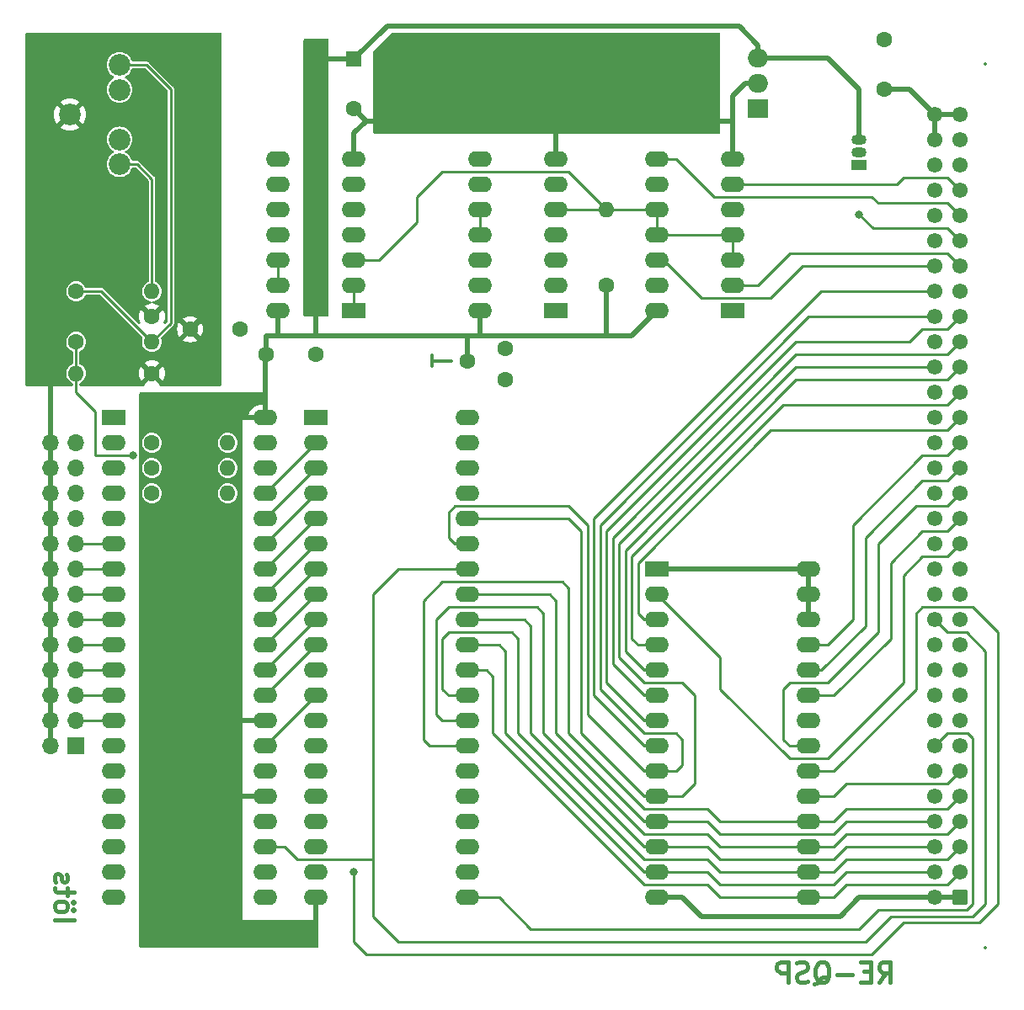
<source format=gbr>
%TF.GenerationSoftware,KiCad,Pcbnew,8.0.3+1*%
%TF.CreationDate,2024-07-17T07:58:33+02:00*%
%TF.ProjectId,QL_Qsound10x10,514c5f51-736f-4756-9e64-31307831302e,0.1b*%
%TF.SameCoordinates,Original*%
%TF.FileFunction,Copper,L2,Bot*%
%TF.FilePolarity,Positive*%
%FSLAX46Y46*%
G04 Gerber Fmt 4.6, Leading zero omitted, Abs format (unit mm)*
G04 Created by KiCad (PCBNEW 8.0.3+1) date 2024-07-17 07:58:33*
%MOMM*%
%LPD*%
G01*
G04 APERTURE LIST*
G04 Aperture macros list*
%AMRoundRect*
0 Rectangle with rounded corners*
0 $1 Rounding radius*
0 $2 $3 $4 $5 $6 $7 $8 $9 X,Y pos of 4 corners*
0 Add a 4 corners polygon primitive as box body*
4,1,4,$2,$3,$4,$5,$6,$7,$8,$9,$2,$3,0*
0 Add four circle primitives for the rounded corners*
1,1,$1+$1,$2,$3*
1,1,$1+$1,$4,$5*
1,1,$1+$1,$6,$7*
1,1,$1+$1,$8,$9*
0 Add four rect primitives between the rounded corners*
20,1,$1+$1,$2,$3,$4,$5,0*
20,1,$1+$1,$4,$5,$6,$7,0*
20,1,$1+$1,$6,$7,$8,$9,0*
20,1,$1+$1,$8,$9,$2,$3,0*%
G04 Aperture macros list end*
%ADD10C,0.400000*%
%TA.AperFunction,NonConductor*%
%ADD11C,0.400000*%
%TD*%
%ADD12C,0.300000*%
%TA.AperFunction,NonConductor*%
%ADD13C,0.300000*%
%TD*%
%TA.AperFunction,ComponentPad*%
%ADD14R,2.400000X1.600000*%
%TD*%
%TA.AperFunction,ComponentPad*%
%ADD15O,2.400000X1.600000*%
%TD*%
%TA.AperFunction,ComponentPad*%
%ADD16C,1.600000*%
%TD*%
%TA.AperFunction,ComponentPad*%
%ADD17O,1.600000X1.600000*%
%TD*%
%TA.AperFunction,ComponentPad*%
%ADD18R,1.500000X1.050000*%
%TD*%
%TA.AperFunction,ComponentPad*%
%ADD19O,1.500000X1.050000*%
%TD*%
%TA.AperFunction,ComponentPad*%
%ADD20R,1.700000X1.700000*%
%TD*%
%TA.AperFunction,ComponentPad*%
%ADD21O,1.700000X1.700000*%
%TD*%
%TA.AperFunction,ComponentPad*%
%ADD22C,2.184400*%
%TD*%
%TA.AperFunction,ComponentPad*%
%ADD23R,2.000000X1.905000*%
%TD*%
%TA.AperFunction,ComponentPad*%
%ADD24O,2.000000X1.905000*%
%TD*%
%TA.AperFunction,ComponentPad*%
%ADD25RoundRect,0.249999X0.525001X-0.525001X0.525001X0.525001X-0.525001X0.525001X-0.525001X-0.525001X0*%
%TD*%
%TA.AperFunction,ComponentPad*%
%ADD26C,1.550000*%
%TD*%
%TA.AperFunction,ComponentPad*%
%ADD27R,1.600000X1.600000*%
%TD*%
%TA.AperFunction,ViaPad*%
%ADD28C,0.800000*%
%TD*%
%TA.AperFunction,ViaPad*%
%ADD29C,1.600000*%
%TD*%
%TA.AperFunction,Conductor*%
%ADD30C,0.500000*%
%TD*%
%TA.AperFunction,Conductor*%
%ADD31C,0.250000*%
%TD*%
%ADD32C,0.350000*%
G04 APERTURE END LIST*
D10*
D11*
X99425561Y-134365714D02*
X101425561Y-134365714D01*
X99425561Y-133127619D02*
X99520800Y-133318095D01*
X99520800Y-133318095D02*
X99616038Y-133413333D01*
X99616038Y-133413333D02*
X99806514Y-133508571D01*
X99806514Y-133508571D02*
X100377942Y-133508571D01*
X100377942Y-133508571D02*
X100568419Y-133413333D01*
X100568419Y-133413333D02*
X100663657Y-133318095D01*
X100663657Y-133318095D02*
X100758895Y-133127619D01*
X100758895Y-133127619D02*
X100758895Y-132841904D01*
X100758895Y-132841904D02*
X100663657Y-132651428D01*
X100663657Y-132651428D02*
X100568419Y-132556190D01*
X100568419Y-132556190D02*
X100377942Y-132460952D01*
X100377942Y-132460952D02*
X99806514Y-132460952D01*
X99806514Y-132460952D02*
X99616038Y-132556190D01*
X99616038Y-132556190D02*
X99520800Y-132651428D01*
X99520800Y-132651428D02*
X99425561Y-132841904D01*
X99425561Y-132841904D02*
X99425561Y-133127619D01*
X101425561Y-133318095D02*
X101330323Y-133222857D01*
X101330323Y-133222857D02*
X101235085Y-133318095D01*
X101235085Y-133318095D02*
X101330323Y-133413333D01*
X101330323Y-133413333D02*
X101425561Y-133318095D01*
X101425561Y-133318095D02*
X101235085Y-133318095D01*
X101425561Y-132556190D02*
X101330323Y-132460952D01*
X101330323Y-132460952D02*
X101235085Y-132556190D01*
X101235085Y-132556190D02*
X101330323Y-132651428D01*
X101330323Y-132651428D02*
X101425561Y-132556190D01*
X101425561Y-132556190D02*
X101235085Y-132556190D01*
X100758895Y-131889523D02*
X100758895Y-131127619D01*
X101425561Y-131603809D02*
X99711276Y-131603809D01*
X99711276Y-131603809D02*
X99520800Y-131508571D01*
X99520800Y-131508571D02*
X99425561Y-131318095D01*
X99425561Y-131318095D02*
X99425561Y-131127619D01*
X99520800Y-130556190D02*
X99425561Y-130365714D01*
X99425561Y-130365714D02*
X99425561Y-129984762D01*
X99425561Y-129984762D02*
X99520800Y-129794285D01*
X99520800Y-129794285D02*
X99711276Y-129699047D01*
X99711276Y-129699047D02*
X99806514Y-129699047D01*
X99806514Y-129699047D02*
X99996990Y-129794285D01*
X99996990Y-129794285D02*
X100092228Y-129984762D01*
X100092228Y-129984762D02*
X100092228Y-130270476D01*
X100092228Y-130270476D02*
X100187466Y-130460952D01*
X100187466Y-130460952D02*
X100377942Y-130556190D01*
X100377942Y-130556190D02*
X100473180Y-130556190D01*
X100473180Y-130556190D02*
X100663657Y-130460952D01*
X100663657Y-130460952D02*
X100758895Y-130270476D01*
X100758895Y-130270476D02*
X100758895Y-129984762D01*
X100758895Y-129984762D02*
X100663657Y-129794285D01*
D12*
D13*
X137339638Y-77533571D02*
X137339638Y-78676428D01*
X139339638Y-78104999D02*
X137339638Y-78104999D01*
D10*
D11*
X182323809Y-140604438D02*
X182990476Y-139652057D01*
X183466666Y-140604438D02*
X183466666Y-138604438D01*
X183466666Y-138604438D02*
X182704761Y-138604438D01*
X182704761Y-138604438D02*
X182514285Y-138699676D01*
X182514285Y-138699676D02*
X182419047Y-138794914D01*
X182419047Y-138794914D02*
X182323809Y-138985390D01*
X182323809Y-138985390D02*
X182323809Y-139271104D01*
X182323809Y-139271104D02*
X182419047Y-139461580D01*
X182419047Y-139461580D02*
X182514285Y-139556819D01*
X182514285Y-139556819D02*
X182704761Y-139652057D01*
X182704761Y-139652057D02*
X183466666Y-139652057D01*
X181466666Y-139556819D02*
X180799999Y-139556819D01*
X180514285Y-140604438D02*
X181466666Y-140604438D01*
X181466666Y-140604438D02*
X181466666Y-138604438D01*
X181466666Y-138604438D02*
X180514285Y-138604438D01*
X179657142Y-139842533D02*
X178133333Y-139842533D01*
X175847619Y-140794914D02*
X176038095Y-140699676D01*
X176038095Y-140699676D02*
X176228571Y-140509200D01*
X176228571Y-140509200D02*
X176514285Y-140223485D01*
X176514285Y-140223485D02*
X176704762Y-140128247D01*
X176704762Y-140128247D02*
X176895238Y-140128247D01*
X176800000Y-140604438D02*
X176990476Y-140509200D01*
X176990476Y-140509200D02*
X177180952Y-140318723D01*
X177180952Y-140318723D02*
X177276190Y-139937771D01*
X177276190Y-139937771D02*
X177276190Y-139271104D01*
X177276190Y-139271104D02*
X177180952Y-138890152D01*
X177180952Y-138890152D02*
X176990476Y-138699676D01*
X176990476Y-138699676D02*
X176800000Y-138604438D01*
X176800000Y-138604438D02*
X176419047Y-138604438D01*
X176419047Y-138604438D02*
X176228571Y-138699676D01*
X176228571Y-138699676D02*
X176038095Y-138890152D01*
X176038095Y-138890152D02*
X175942857Y-139271104D01*
X175942857Y-139271104D02*
X175942857Y-139937771D01*
X175942857Y-139937771D02*
X176038095Y-140318723D01*
X176038095Y-140318723D02*
X176228571Y-140509200D01*
X176228571Y-140509200D02*
X176419047Y-140604438D01*
X176419047Y-140604438D02*
X176800000Y-140604438D01*
X175180952Y-140509200D02*
X174895238Y-140604438D01*
X174895238Y-140604438D02*
X174419047Y-140604438D01*
X174419047Y-140604438D02*
X174228571Y-140509200D01*
X174228571Y-140509200D02*
X174133333Y-140413961D01*
X174133333Y-140413961D02*
X174038095Y-140223485D01*
X174038095Y-140223485D02*
X174038095Y-140033009D01*
X174038095Y-140033009D02*
X174133333Y-139842533D01*
X174133333Y-139842533D02*
X174228571Y-139747295D01*
X174228571Y-139747295D02*
X174419047Y-139652057D01*
X174419047Y-139652057D02*
X174800000Y-139556819D01*
X174800000Y-139556819D02*
X174990476Y-139461580D01*
X174990476Y-139461580D02*
X175085714Y-139366342D01*
X175085714Y-139366342D02*
X175180952Y-139175866D01*
X175180952Y-139175866D02*
X175180952Y-138985390D01*
X175180952Y-138985390D02*
X175085714Y-138794914D01*
X175085714Y-138794914D02*
X174990476Y-138699676D01*
X174990476Y-138699676D02*
X174800000Y-138604438D01*
X174800000Y-138604438D02*
X174323809Y-138604438D01*
X174323809Y-138604438D02*
X174038095Y-138699676D01*
X173180952Y-140604438D02*
X173180952Y-138604438D01*
X173180952Y-138604438D02*
X172419047Y-138604438D01*
X172419047Y-138604438D02*
X172228571Y-138699676D01*
X172228571Y-138699676D02*
X172133333Y-138794914D01*
X172133333Y-138794914D02*
X172038095Y-138985390D01*
X172038095Y-138985390D02*
X172038095Y-139271104D01*
X172038095Y-139271104D02*
X172133333Y-139461580D01*
X172133333Y-139461580D02*
X172228571Y-139556819D01*
X172228571Y-139556819D02*
X172419047Y-139652057D01*
X172419047Y-139652057D02*
X173180952Y-139652057D01*
D14*
%TO.P,U7,1,VSS*%
%TO.N,GND*%
X125730000Y-83820000D03*
D15*
%TO.P,U7,2,PA0*%
%TO.N,Net-(U6-D0)*%
X125730000Y-86360000D03*
%TO.P,U7,3,PA1*%
%TO.N,Net-(U6-D1)*%
X125730000Y-88900000D03*
%TO.P,U7,4,PA2*%
%TO.N,Net-(U6-D2)*%
X125730000Y-91440000D03*
%TO.P,U7,5,PA3*%
%TO.N,Net-(U6-D3)*%
X125730000Y-93980000D03*
%TO.P,U7,6,PA4*%
%TO.N,Net-(U6-D4)*%
X125730000Y-96520000D03*
%TO.P,U7,7,PA5*%
%TO.N,Net-(U6-D5)*%
X125730000Y-99060000D03*
%TO.P,U7,8,PA6*%
%TO.N,Net-(U6-D6)*%
X125730000Y-101600000D03*
%TO.P,U7,9,PA7*%
%TO.N,Net-(U6-D7)*%
X125730000Y-104140000D03*
%TO.P,U7,10,PB0*%
%TO.N,Net-(U6-BC1)*%
X125730000Y-106680000D03*
%TO.P,U7,11,PB1*%
%TO.N,unconnected-(U7-PB1-Pad11)*%
X125730000Y-109220000D03*
%TO.P,U7,12,PB2*%
%TO.N,Net-(U6-BDIR)*%
X125730000Y-111760000D03*
%TO.P,U7,13,PB3*%
%TO.N,/P_Strobe*%
X125730000Y-114300000D03*
%TO.P,U7,14,PB4*%
%TO.N,/P_Busy*%
X125730000Y-116840000D03*
%TO.P,U7,15,PB5*%
%TO.N,unconnected-(U7-PB5-Pad15)*%
X125730000Y-119380000D03*
%TO.P,U7,16,PB6*%
%TO.N,unconnected-(U7-PB6-Pad16)*%
X125730000Y-121920000D03*
%TO.P,U7,17,PB7*%
%TO.N,unconnected-(U7-PB7-Pad17)*%
X125730000Y-124460000D03*
%TO.P,U7,18,CB1*%
%TO.N,unconnected-(U7-CB1-Pad18)*%
X125730000Y-127000000D03*
%TO.P,U7,19,CB2*%
%TO.N,unconnected-(U7-CB2-Pad19)*%
X125730000Y-129540000D03*
%TO.P,U7,20,VCC*%
%TO.N,VCC*%
X125730000Y-132080000D03*
%TO.P,U7,21,R/~{W}*%
%TO.N,/RW*%
X140970000Y-132080000D03*
%TO.P,U7,22,CS0*%
%TO.N,/A13*%
X140970000Y-129540000D03*
%TO.P,U7,23,~{CS2}*%
%TO.N,/CS2{slash}OE*%
X140970000Y-127000000D03*
%TO.P,U7,24,CS1*%
%TO.N,/A13*%
X140970000Y-124460000D03*
%TO.P,U7,25,ENABLE*%
%TO.N,/E*%
X140970000Y-121920000D03*
%TO.P,U7,26,D7*%
%TO.N,/D7*%
X140970000Y-119380000D03*
%TO.P,U7,27,D6*%
%TO.N,/D6*%
X140970000Y-116840000D03*
%TO.P,U7,28,D5*%
%TO.N,/D5*%
X140970000Y-114300000D03*
%TO.P,U7,29,D4*%
%TO.N,/D4*%
X140970000Y-111760000D03*
%TO.P,U7,30,D3*%
%TO.N,/D3*%
X140970000Y-109220000D03*
%TO.P,U7,31,D2*%
%TO.N,/D2*%
X140970000Y-106680000D03*
%TO.P,U7,32,D1*%
%TO.N,/D1*%
X140970000Y-104140000D03*
%TO.P,U7,33,D0*%
%TO.N,/D0*%
X140970000Y-101600000D03*
%TO.P,U7,34,~{RESET}*%
%TO.N,/RESET*%
X140970000Y-99060000D03*
%TO.P,U7,35,RS1*%
%TO.N,/A1*%
X140970000Y-96520000D03*
%TO.P,U7,36,RS0*%
%TO.N,/A0*%
X140970000Y-93980000D03*
%TO.P,U7,37,~{IRQB}*%
%TO.N,unconnected-(U7-~{IRQB}-Pad37)*%
X140970000Y-91440000D03*
%TO.P,U7,38,~{IRQA}*%
%TO.N,unconnected-(U7-~{IRQA}-Pad38)*%
X140970000Y-88900000D03*
%TO.P,U7,39,CA2*%
%TO.N,unconnected-(U7-CA2-Pad39)*%
X140970000Y-86360000D03*
%TO.P,U7,40,CA1*%
%TO.N,unconnected-(U7-CA1-Pad40)*%
X140970000Y-83820000D03*
%TD*%
D16*
%TO.P,C5,1*%
%TO.N,VCC*%
X120690000Y-77470000D03*
%TO.P,C5,2*%
%TO.N,GND*%
X125690000Y-77470000D03*
%TD*%
%TO.P,R5,1*%
%TO.N,GND*%
X109220000Y-79375000D03*
D17*
%TO.P,R5,2*%
%TO.N,Net-(R2-Pad1)*%
X101600000Y-79375000D03*
%TD*%
D18*
%TO.P,Q1,1,E*%
%TO.N,/DSMC*%
X180340000Y-58420000D03*
D19*
%TO.P,Q1,2,B*%
%TO.N,Net-(Q1-B)*%
X180340000Y-57150000D03*
%TO.P,Q1,3,C*%
%TO.N,VCC*%
X180340000Y-55880000D03*
%TD*%
D16*
%TO.P,R4,1*%
%TO.N,Net-(U6-ch_B)*%
X109220000Y-88900000D03*
D17*
%TO.P,R4,2*%
%TO.N,Net-(R2-Pad1)*%
X116840000Y-88900000D03*
%TD*%
D16*
%TO.P,R6,1*%
%TO.N,Net-(U6-ch_C)*%
X109220000Y-86360000D03*
D17*
%TO.P,R6,2*%
%TO.N,Net-(R2-Pad1)*%
X116840000Y-86360000D03*
%TD*%
D14*
%TO.P,U2,1*%
%TO.N,unconnected-(U2-Pad1)*%
X149860000Y-73025000D03*
D15*
%TO.P,U2,2*%
%TO.N,unconnected-(U2-Pad2)*%
X149860000Y-70485000D03*
%TO.P,U2,3*%
%TO.N,/A19*%
X149860000Y-67945000D03*
%TO.P,U2,4*%
%TO.N,/A18*%
X149860000Y-65405000D03*
%TO.P,U2,5*%
%TO.N,Net-(R1-Pad2)*%
X149860000Y-62865000D03*
%TO.P,U2,6*%
%TO.N,/CS2{slash}OE*%
X149860000Y-60325000D03*
%TO.P,U2,7,GND*%
%TO.N,GND*%
X149860000Y-57785000D03*
%TO.P,U2,8*%
%TO.N,Net-(Q1-B)*%
X142240000Y-57785000D03*
%TO.P,U2,9*%
%TO.N,/CS2{slash}OE*%
X142240000Y-60325000D03*
%TO.P,U2,10*%
X142240000Y-62865000D03*
%TO.P,U2,11*%
X142240000Y-65405000D03*
%TO.P,U2,12*%
%TO.N,unconnected-(U2-Pad12)*%
X142240000Y-67945000D03*
%TO.P,U2,13*%
%TO.N,unconnected-(U2-Pad13)*%
X142240000Y-70485000D03*
%TO.P,U2,14,VCC*%
%TO.N,VCC*%
X142240000Y-73025000D03*
%TD*%
D20*
%TO.P,J2,1,Pin_1*%
%TO.N,/P_Strobe*%
X101605000Y-116840000D03*
D21*
%TO.P,J2,2,Pin_2*%
%TO.N,GND*%
X99065000Y-116840000D03*
%TO.P,J2,3,Pin_3*%
%TO.N,Net-(J2-Pin_3)*%
X101605000Y-114300000D03*
%TO.P,J2,4,Pin_4*%
%TO.N,GND*%
X99065000Y-114300000D03*
%TO.P,J2,5,Pin_5*%
%TO.N,Net-(J2-Pin_5)*%
X101605000Y-111760000D03*
%TO.P,J2,6,Pin_6*%
%TO.N,GND*%
X99065000Y-111760000D03*
%TO.P,J2,7,Pin_7*%
%TO.N,Net-(J2-Pin_7)*%
X101605000Y-109220000D03*
%TO.P,J2,8,Pin_8*%
%TO.N,GND*%
X99065000Y-109220000D03*
%TO.P,J2,9,Pin_9*%
%TO.N,Net-(J2-Pin_9)*%
X101605000Y-106680000D03*
%TO.P,J2,10,Pin_10*%
%TO.N,GND*%
X99065000Y-106680000D03*
%TO.P,J2,11,Pin_11*%
%TO.N,Net-(J2-Pin_11)*%
X101605000Y-104140000D03*
%TO.P,J2,12,Pin_12*%
%TO.N,GND*%
X99065000Y-104140000D03*
%TO.P,J2,13,Pin_13*%
%TO.N,Net-(J2-Pin_13)*%
X101605000Y-101600000D03*
%TO.P,J2,14,Pin_14*%
%TO.N,GND*%
X99065000Y-101600000D03*
%TO.P,J2,15,Pin_15*%
%TO.N,Net-(J2-Pin_15)*%
X101605000Y-99060000D03*
%TO.P,J2,16,Pin_16*%
%TO.N,GND*%
X99065000Y-99060000D03*
%TO.P,J2,17,Pin_17*%
%TO.N,Net-(J2-Pin_17)*%
X101605000Y-96520000D03*
%TO.P,J2,18,Pin_18*%
%TO.N,GND*%
X99065000Y-96520000D03*
%TO.P,J2,19,Pin_19*%
%TO.N,unconnected-(J2-Pin_19-Pad19)*%
X101605000Y-93980000D03*
%TO.P,J2,20,Pin_20*%
%TO.N,GND*%
X99065000Y-93980000D03*
%TO.P,J2,21,Pin_21*%
%TO.N,/P_Busy*%
X101605000Y-91440000D03*
%TO.P,J2,22,Pin_22*%
%TO.N,GND*%
X99065000Y-91440000D03*
%TO.P,J2,23,Pin_23*%
%TO.N,unconnected-(J2-Pin_23-Pad23)*%
X101605000Y-88900000D03*
%TO.P,J2,24,Pin_24*%
%TO.N,GND*%
X99065000Y-88900000D03*
%TO.P,J2,25,Pin_25*%
%TO.N,unconnected-(J2-Pin_25-Pad25)*%
X101605000Y-86360000D03*
%TO.P,J2,26,Pin_26*%
%TO.N,GND*%
X99065000Y-86360000D03*
%TD*%
D16*
%TO.P,C3,1*%
%TO.N,VCC*%
X118070000Y-74930000D03*
%TO.P,C3,2*%
%TO.N,GND*%
X113070000Y-74930000D03*
%TD*%
%TO.P,J4,1,Pin_1*%
%TO.N,GND*%
X109220000Y-73660000D03*
%TD*%
%TO.P,R7,1*%
%TO.N,Net-(J3-PadS)*%
X101600000Y-71120000D03*
D17*
%TO.P,R7,2*%
%TO.N,Net-(J3-PadT)*%
X109220000Y-71120000D03*
%TD*%
D16*
%TO.P,R2,1*%
%TO.N,Net-(R2-Pad1)*%
X101600000Y-76200000D03*
D17*
%TO.P,R2,2*%
%TO.N,Net-(J3-PadS)*%
X109220000Y-76200000D03*
%TD*%
D16*
%TO.P,R3,1*%
%TO.N,Net-(U6-ch_A)*%
X109220000Y-91440000D03*
D17*
%TO.P,R3,2*%
%TO.N,Net-(R2-Pad1)*%
X116840000Y-91440000D03*
%TD*%
D16*
%TO.P,R1,1*%
%TO.N,VCC*%
X154940000Y-70485000D03*
D17*
%TO.P,R1,2*%
%TO.N,Net-(R1-Pad2)*%
X154940000Y-62865000D03*
%TD*%
D14*
%TO.P,U5,1*%
%TO.N,/DS*%
X129540000Y-73025000D03*
D15*
%TO.P,U5,2*%
X129540000Y-70485000D03*
%TO.P,U5,3*%
%TO.N,Net-(R1-Pad2)*%
X129540000Y-67945000D03*
%TO.P,U5,4*%
%TO.N,Net-(U5-Pad11)*%
X129540000Y-65405000D03*
%TO.P,U5,5*%
%TO.N,Net-(Q1-B)*%
X129540000Y-62865000D03*
%TO.P,U5,6*%
%TO.N,/VPA*%
X129540000Y-60325000D03*
%TO.P,U5,7,GND*%
%TO.N,GND*%
X129540000Y-57785000D03*
%TO.P,U5,8*%
%TO.N,unconnected-(U5-Pad8)*%
X121920000Y-57785000D03*
%TO.P,U5,9*%
%TO.N,unconnected-(U5-Pad9)*%
X121920000Y-60325000D03*
%TO.P,U5,10*%
%TO.N,unconnected-(U5-Pad10)*%
X121920000Y-62865000D03*
%TO.P,U5,11*%
%TO.N,Net-(U5-Pad11)*%
X121920000Y-65405000D03*
%TO.P,U5,12*%
%TO.N,/E*%
X121920000Y-67945000D03*
%TO.P,U5,13*%
X121920000Y-70485000D03*
%TO.P,U5,14,VCC*%
%TO.N,VCC*%
X121920000Y-73025000D03*
%TD*%
D22*
%TO.P,J3,G*%
%TO.N,GND*%
X100965000Y-53340000D03*
%TO.P,J3,S*%
%TO.N,Net-(J3-PadS)*%
X105965000Y-48340000D03*
%TO.P,J3,SN*%
%TO.N,unconnected-(J3-PadSN)*%
X105965000Y-50840000D03*
%TO.P,J3,T*%
%TO.N,Net-(J3-PadT)*%
X105965000Y-58340000D03*
%TO.P,J3,TN*%
%TO.N,unconnected-(J3-PadTN)*%
X105965000Y-55840000D03*
%TD*%
D14*
%TO.P,U3,1*%
%TO.N,/A16*%
X167640000Y-73025000D03*
D15*
%TO.P,U3,2*%
%TO.N,/SP2*%
X167640000Y-70485000D03*
%TO.P,U3,3*%
%TO.N,Net-(R1-Pad2)*%
X167640000Y-67945000D03*
%TO.P,U3,4*%
X167640000Y-65405000D03*
%TO.P,U3,5*%
%TO.N,/A14*%
X167640000Y-62865000D03*
%TO.P,U3,6*%
%TO.N,/SP0*%
X167640000Y-60325000D03*
%TO.P,U3,7,GND*%
%TO.N,GND*%
X167640000Y-57785000D03*
%TO.P,U3,8*%
%TO.N,/SP1*%
X160020000Y-57785000D03*
%TO.P,U3,9*%
%TO.N,/A15*%
X160020000Y-60325000D03*
%TO.P,U3,10*%
%TO.N,Net-(R1-Pad2)*%
X160020000Y-62865000D03*
%TO.P,U3,11*%
X160020000Y-65405000D03*
%TO.P,U3,12*%
%TO.N,/SP3*%
X160020000Y-67945000D03*
%TO.P,U3,13*%
%TO.N,/A17*%
X160020000Y-70485000D03*
%TO.P,U3,14,VCC*%
%TO.N,VCC*%
X160020000Y-73025000D03*
%TD*%
D16*
%TO.P,C2,1*%
%TO.N,+9V*%
X182880000Y-50760000D03*
%TO.P,C2,2*%
%TO.N,GND*%
X182880000Y-45760000D03*
%TD*%
D23*
%TO.P,U1,1,IN*%
%TO.N,+9V*%
X170180000Y-52705000D03*
D24*
%TO.P,U1,2,GND*%
%TO.N,GND*%
X170180000Y-50165000D03*
%TO.P,U1,3,OUT*%
%TO.N,VCC*%
X170180000Y-47625000D03*
%TD*%
D14*
%TO.P,U6,1,Vss*%
%TO.N,GND*%
X105410000Y-83820000D03*
D15*
%TO.P,U6,2,N/C*%
%TO.N,unconnected-(U6-N{slash}C-Pad2)*%
X105410000Y-86360000D03*
%TO.P,U6,3,ch_B*%
%TO.N,Net-(U6-ch_B)*%
X105410000Y-88900000D03*
%TO.P,U6,4,ch_A*%
%TO.N,Net-(U6-ch_A)*%
X105410000Y-91440000D03*
%TO.P,U6,5,N/C*%
%TO.N,unconnected-(U6-N{slash}C-Pad5)*%
X105410000Y-93980000D03*
%TO.P,U6,6,IOB7*%
%TO.N,Net-(J2-Pin_17)*%
X105410000Y-96520000D03*
%TO.P,U6,7,IOB6*%
%TO.N,Net-(J2-Pin_15)*%
X105410000Y-99060000D03*
%TO.P,U6,8,IOB5*%
%TO.N,Net-(J2-Pin_13)*%
X105410000Y-101600000D03*
%TO.P,U6,9,IOB4*%
%TO.N,Net-(J2-Pin_11)*%
X105410000Y-104140000D03*
%TO.P,U6,10,IOB3*%
%TO.N,Net-(J2-Pin_9)*%
X105410000Y-106680000D03*
%TO.P,U6,11,IOB2*%
%TO.N,Net-(J2-Pin_7)*%
X105410000Y-109220000D03*
%TO.P,U6,12,IOB1*%
%TO.N,Net-(J2-Pin_5)*%
X105410000Y-111760000D03*
%TO.P,U6,13,IOB0*%
%TO.N,Net-(J2-Pin_3)*%
X105410000Y-114300000D03*
%TO.P,U6,14,IOA7*%
%TO.N,unconnected-(U6-IOA7-Pad14)*%
X105410000Y-116840000D03*
%TO.P,U6,15,IOA6*%
%TO.N,unconnected-(U6-IOA6-Pad15)*%
X105410000Y-119380000D03*
%TO.P,U6,16,IOA5*%
%TO.N,unconnected-(U6-IOA5-Pad16)*%
X105410000Y-121920000D03*
%TO.P,U6,17,IOA4*%
%TO.N,unconnected-(U6-IOA4-Pad17)*%
X105410000Y-124460000D03*
%TO.P,U6,18,IOA3*%
%TO.N,unconnected-(U6-IOA3-Pad18)*%
X105410000Y-127000000D03*
%TO.P,U6,19,IOA2*%
%TO.N,unconnected-(U6-IOA2-Pad19)*%
X105410000Y-129540000D03*
%TO.P,U6,20,IOA1*%
%TO.N,unconnected-(U6-IOA1-Pad20)*%
X105410000Y-132080000D03*
%TO.P,U6,21,IOA0*%
%TO.N,unconnected-(U6-IOA0-Pad21)*%
X120650000Y-132080000D03*
%TO.P,U6,22,CLOCK*%
%TO.N,/E*%
X120650000Y-129540000D03*
%TO.P,U6,23,~{RESET}*%
%TO.N,/RESET*%
X120650000Y-127000000D03*
%TO.P,U6,24,~{A9}*%
%TO.N,GND*%
X120650000Y-124460000D03*
%TO.P,U6,25,A8*%
%TO.N,VCC*%
X120650000Y-121920000D03*
%TO.P,U6,26,TEST2*%
%TO.N,unconnected-(U6-TEST2-Pad26)*%
X120650000Y-119380000D03*
%TO.P,U6,27,BDIR*%
%TO.N,Net-(U6-BDIR)*%
X120650000Y-116840000D03*
%TO.P,U6,28,BC2*%
%TO.N,VCC*%
X120650000Y-114300000D03*
%TO.P,U6,29,BC1*%
%TO.N,Net-(U6-BC1)*%
X120650000Y-111760000D03*
%TO.P,U6,30,D7*%
%TO.N,Net-(U6-D7)*%
X120650000Y-109220000D03*
%TO.P,U6,31,D6*%
%TO.N,Net-(U6-D6)*%
X120650000Y-106680000D03*
%TO.P,U6,32,D5*%
%TO.N,Net-(U6-D5)*%
X120650000Y-104140000D03*
%TO.P,U6,33,D4*%
%TO.N,Net-(U6-D4)*%
X120650000Y-101600000D03*
%TO.P,U6,34,D3*%
%TO.N,Net-(U6-D3)*%
X120650000Y-99060000D03*
%TO.P,U6,35,D2*%
%TO.N,Net-(U6-D2)*%
X120650000Y-96520000D03*
%TO.P,U6,36,D1*%
%TO.N,Net-(U6-D1)*%
X120650000Y-93980000D03*
%TO.P,U6,37,D0*%
%TO.N,Net-(U6-D0)*%
X120650000Y-91440000D03*
%TO.P,U6,38,ch_C*%
%TO.N,Net-(U6-ch_C)*%
X120650000Y-88900000D03*
%TO.P,U6,39,TEST1*%
%TO.N,unconnected-(U6-TEST1-Pad39)*%
X120650000Y-86360000D03*
%TO.P,U6,40,Vcc*%
%TO.N,VCC*%
X120650000Y-83820000D03*
%TD*%
D25*
%TO.P,J1,a1,GND*%
%TO.N,GND*%
X190500000Y-132080000D03*
D26*
%TO.P,J1,a2,D3*%
%TO.N,/D3*%
X190500000Y-129540000D03*
%TO.P,J1,a3,D4*%
%TO.N,/D4*%
X190500000Y-127000000D03*
%TO.P,J1,a4,D5*%
%TO.N,/D5*%
X190500000Y-124460000D03*
%TO.P,J1,a5,D6*%
%TO.N,/D6*%
X190500000Y-121920000D03*
%TO.P,J1,a6,D7*%
%TO.N,/D7*%
X190500000Y-119380000D03*
%TO.P,J1,a7,A19*%
%TO.N,/A19*%
X190500000Y-116840000D03*
%TO.P,J1,a8,A18*%
%TO.N,/A18*%
X190500000Y-114300000D03*
%TO.P,J1,a9,A17*%
%TO.N,/A17*%
X190500000Y-111760000D03*
%TO.P,J1,a10,A16*%
%TO.N,/A16*%
X190500000Y-109220000D03*
%TO.P,J1,a11,CLKCPU*%
%TO.N,unconnected-(J1-CLKCPU-Pada11)*%
X190500000Y-106680000D03*
%TO.P,J1,a12,RED*%
%TO.N,unconnected-(J1-RED-Pada12)*%
X190500000Y-104140000D03*
%TO.P,J1,a13,A14*%
%TO.N,/A14*%
X190500000Y-101600000D03*
%TO.P,J1,a14,A13*%
%TO.N,/A13*%
X190500000Y-99060000D03*
%TO.P,J1,a15,A12*%
%TO.N,/A12*%
X190500000Y-96520000D03*
%TO.P,J1,a16,A11*%
%TO.N,/A11*%
X190500000Y-93980000D03*
%TO.P,J1,a17,A10*%
%TO.N,/A10*%
X190500000Y-91440000D03*
%TO.P,J1,a18,A9*%
%TO.N,/A9*%
X190500000Y-88900000D03*
%TO.P,J1,a19,A8*%
%TO.N,/A8*%
X190500000Y-86360000D03*
%TO.P,J1,a20,A7*%
%TO.N,/A7*%
X190500000Y-83820000D03*
%TO.P,J1,a21,A6*%
%TO.N,/A6*%
X190500000Y-81280000D03*
%TO.P,J1,a22,A5*%
%TO.N,/A5*%
X190500000Y-78740000D03*
%TO.P,J1,a23,A4*%
%TO.N,/A4*%
X190500000Y-76200000D03*
%TO.P,J1,a24,A3*%
%TO.N,/A3*%
X190500000Y-73660000D03*
%TO.P,J1,a25,~{DBG}*%
%TO.N,unconnected-(J1-~{DBG}-Pada25)*%
X190500000Y-71120000D03*
%TO.P,J1,a26,SP2*%
%TO.N,/SP2*%
X190500000Y-68580000D03*
%TO.P,J1,a27,~{DSMC}*%
%TO.N,/DSMC*%
X190500000Y-66040000D03*
%TO.P,J1,a28,SP1*%
%TO.N,/SP1*%
X190500000Y-63500000D03*
%TO.P,J1,a29,SP0*%
%TO.N,/SP0*%
X190500000Y-60960000D03*
%TO.P,J1,a30,+12V*%
%TO.N,unconnected-(J1-+12V-Pada30)*%
X190500000Y-58420000D03*
%TO.P,J1,a31,-12V*%
%TO.N,unconnected-(J1--12V-Pada31)*%
X190500000Y-55880000D03*
%TO.P,J1,a32,Vin*%
%TO.N,+9V*%
X190500000Y-53340000D03*
%TO.P,J1,b1,GND*%
%TO.N,GND*%
X187960000Y-132080000D03*
%TO.P,J1,b2,D2*%
%TO.N,/D2*%
X187960000Y-129540000D03*
%TO.P,J1,b3,D1*%
%TO.N,/D1*%
X187960000Y-127000000D03*
%TO.P,J1,b4,D0*%
%TO.N,/D0*%
X187960000Y-124460000D03*
%TO.P,J1,b5,~{AS}*%
%TO.N,unconnected-(J1-~{AS}-Padb5)*%
X187960000Y-121920000D03*
%TO.P,J1,b6,~{DS}*%
%TO.N,/DS*%
X187960000Y-119380000D03*
%TO.P,J1,b7,~{DRW}*%
%TO.N,/RW*%
X187960000Y-116840000D03*
%TO.P,J1,b8,~{DTACK}*%
%TO.N,unconnected-(J1-~{DTACK}-Padb8)*%
X187960000Y-114300000D03*
%TO.P,J1,b9,~{BG}*%
%TO.N,unconnected-(J1-~{BG}-Padb9)*%
X187960000Y-111760000D03*
%TO.P,J1,b10,~{BR}*%
%TO.N,unconnected-(J1-~{BR}-Padb10)*%
X187960000Y-109220000D03*
%TO.P,J1,b11,A15*%
%TO.N,/A15*%
X187960000Y-106680000D03*
%TO.P,J1,b12,~{RESETCPU}*%
%TO.N,/RESET*%
X187960000Y-104140000D03*
%TO.P,J1,b13,~{CSYNC}*%
%TO.N,unconnected-(J1-~{CSYNC}-Padb13)*%
X187960000Y-101600000D03*
%TO.P,J1,b14,E*%
%TO.N,/E*%
X187960000Y-99060000D03*
%TO.P,J1,b15,VSYNCH*%
%TO.N,unconnected-(J1-VSYNCH-Padb15)*%
X187960000Y-96520000D03*
%TO.P,J1,b16,~{VPA}*%
%TO.N,/VPA*%
X187960000Y-93980000D03*
%TO.P,J1,b17,GREEN*%
%TO.N,unconnected-(J1-GREEN-Padb17)*%
X187960000Y-91440000D03*
%TO.P,J1,b18,BLUE*%
%TO.N,unconnected-(J1-BLUE-Padb18)*%
X187960000Y-88900000D03*
%TO.P,J1,b19,FC2*%
%TO.N,unconnected-(J1-FC2-Padb19)*%
X187960000Y-86360000D03*
%TO.P,J1,b20,FC1*%
%TO.N,unconnected-(J1-FC1-Padb20)*%
X187960000Y-83820000D03*
%TO.P,J1,b21,FC0*%
%TO.N,unconnected-(J1-FC0-Padb21)*%
X187960000Y-81280000D03*
%TO.P,J1,b22,A0*%
%TO.N,/A0*%
X187960000Y-78740000D03*
%TO.P,J1,b23,ROMOEH*%
%TO.N,unconnected-(J1-ROMOEH-Padb23)*%
X187960000Y-76200000D03*
%TO.P,J1,b24,A1*%
%TO.N,/A1*%
X187960000Y-73660000D03*
%TO.P,J1,b25,A2*%
%TO.N,/A2*%
X187960000Y-71120000D03*
%TO.P,J1,b26,SP3*%
%TO.N,/SP3*%
X187960000Y-68580000D03*
%TO.P,J1,b27,~{IPLO}*%
%TO.N,unconnected-(J1-~{IPLO}-Padb27)*%
X187960000Y-66040000D03*
%TO.P,J1,b28,~{BERR}*%
%TO.N,unconnected-(J1-~{BERR}-Padb28)*%
X187960000Y-63500000D03*
%TO.P,J1,b29,~{IPL1}*%
%TO.N,unconnected-(J1-~{IPL1}-Padb29)*%
X187960000Y-60960000D03*
%TO.P,J1,b30,~{EXTINT}*%
%TO.N,unconnected-(J1-~{EXTINT}-Padb30)*%
X187960000Y-58420000D03*
%TO.P,J1,b31,Vin*%
%TO.N,+9V*%
X187960000Y-55880000D03*
%TO.P,J1,b32,Vin*%
X187960000Y-53340000D03*
%TD*%
D27*
%TO.P,C4,1*%
%TO.N,VCC*%
X129540000Y-47762349D03*
D16*
%TO.P,C4,2*%
%TO.N,GND*%
X129540000Y-52762349D03*
%TD*%
D14*
%TO.P,U4,1,A15*%
%TO.N,VCC*%
X160020000Y-99060000D03*
D15*
%TO.P,U4,2,A12*%
%TO.N,/A12*%
X160020000Y-101600000D03*
%TO.P,U4,3,A7*%
%TO.N,/A7*%
X160020000Y-104140000D03*
%TO.P,U4,4,A6*%
%TO.N,/A6*%
X160020000Y-106680000D03*
%TO.P,U4,5,A5*%
%TO.N,/A5*%
X160020000Y-109220000D03*
%TO.P,U4,6,A4*%
%TO.N,/A4*%
X160020000Y-111760000D03*
%TO.P,U4,7,A3*%
%TO.N,/A3*%
X160020000Y-114300000D03*
%TO.P,U4,8,A2*%
%TO.N,/A2*%
X160020000Y-116840000D03*
%TO.P,U4,9,A1*%
%TO.N,/A1*%
X160020000Y-119380000D03*
%TO.P,U4,10,A0*%
%TO.N,/A0*%
X160020000Y-121920000D03*
%TO.P,U4,11,D0*%
%TO.N,/D0*%
X160020000Y-124460000D03*
%TO.P,U4,12,D1*%
%TO.N,/D1*%
X160020000Y-127000000D03*
%TO.P,U4,13,D2*%
%TO.N,/D2*%
X160020000Y-129540000D03*
%TO.P,U4,14,GND*%
%TO.N,GND*%
X160020000Y-132080000D03*
%TO.P,U4,15,D3*%
%TO.N,/D3*%
X175260000Y-132080000D03*
%TO.P,U4,16,D4*%
%TO.N,/D4*%
X175260000Y-129540000D03*
%TO.P,U4,17,D5*%
%TO.N,/D5*%
X175260000Y-127000000D03*
%TO.P,U4,18,D6*%
%TO.N,/D6*%
X175260000Y-124460000D03*
%TO.P,U4,19,D7*%
%TO.N,/D7*%
X175260000Y-121920000D03*
%TO.P,U4,20,~{CE}*%
%TO.N,/CS2{slash}OE*%
X175260000Y-119380000D03*
%TO.P,U4,21,A10*%
%TO.N,/A10*%
X175260000Y-116840000D03*
%TO.P,U4,22,~{OE/Vpp}*%
%TO.N,/A13*%
X175260000Y-114300000D03*
%TO.P,U4,23,A11*%
%TO.N,/A11*%
X175260000Y-111760000D03*
%TO.P,U4,24,A9*%
%TO.N,/A9*%
X175260000Y-109220000D03*
%TO.P,U4,25,A8*%
%TO.N,/A8*%
X175260000Y-106680000D03*
%TO.P,U4,26,A13*%
%TO.N,VCC*%
X175260000Y-104140000D03*
%TO.P,U4,27,A14*%
X175260000Y-101600000D03*
%TO.P,U4,28,VCC*%
X175260000Y-99060000D03*
%TD*%
D28*
%TO.N,GND*%
X149860000Y-48895000D03*
X144780000Y-51435000D03*
X162560000Y-48895000D03*
X149860000Y-53975000D03*
X160020000Y-48895000D03*
X142240000Y-46355000D03*
X149860000Y-51435000D03*
X139700000Y-48895000D03*
X165100000Y-51435000D03*
X162560000Y-53975000D03*
X149860000Y-46355000D03*
X147320000Y-48895000D03*
X134620000Y-48895000D03*
X137160000Y-48895000D03*
X165100000Y-46355000D03*
X152400000Y-53975000D03*
X134620000Y-46355000D03*
X165100000Y-53975000D03*
X137160000Y-53975000D03*
X160020000Y-46355000D03*
X147320000Y-53975000D03*
X139700000Y-46355000D03*
X134620000Y-51435000D03*
X162560000Y-51435000D03*
X157480000Y-51435000D03*
X144780000Y-53975000D03*
X162560000Y-46355000D03*
X142240000Y-53975000D03*
X137160000Y-51435000D03*
X154940000Y-46355000D03*
X157480000Y-53975000D03*
X132080000Y-48895000D03*
X157480000Y-48895000D03*
X144780000Y-48895000D03*
X157480000Y-46355000D03*
X152400000Y-46355000D03*
X160020000Y-51435000D03*
X132080000Y-51435000D03*
X154940000Y-53975000D03*
X147320000Y-51435000D03*
X144780000Y-46355000D03*
X139700000Y-51435000D03*
X165100000Y-48895000D03*
X147320000Y-46355000D03*
X160020000Y-53975000D03*
X142240000Y-51435000D03*
X142240000Y-48895000D03*
X139700000Y-53975000D03*
X134620000Y-53975000D03*
X137160000Y-46355000D03*
D29*
%TO.N,VCC*%
X144780000Y-80010000D03*
X140970000Y-78105000D03*
X144780000Y-76835000D03*
D28*
%TO.N,/DSMC*%
X180340000Y-63373000D03*
%TO.N,/CS2{slash}OE*%
X129540000Y-129540000D03*
%TO.N,Net-(R2-Pad1)*%
X107315000Y-87630000D03*
%TD*%
D30*
%TO.N,+9V*%
X190500000Y-53340000D02*
X187960000Y-53340000D01*
X187960000Y-55880000D02*
X187960000Y-53340000D01*
X185380000Y-50760000D02*
X187960000Y-53340000D01*
X182880000Y-50760000D02*
X185380000Y-50760000D01*
%TO.N,GND*%
X134620000Y-53975000D02*
X130810000Y-53975000D01*
X134620000Y-53975000D02*
X137160000Y-53975000D01*
X99060000Y-56515000D02*
X99695000Y-57150000D01*
X129540000Y-55187651D02*
X129540000Y-55880000D01*
X100330000Y-74295000D02*
X99065000Y-73030000D01*
X132080000Y-51435000D02*
X134620000Y-53975000D01*
X99065000Y-86360000D02*
X99065000Y-73030000D01*
X99060000Y-55245000D02*
X99060000Y-56515000D01*
X190500000Y-132080000D02*
X187960000Y-132080000D01*
X129540000Y-57785000D02*
X129540000Y-55880000D01*
X137160000Y-53975000D02*
X149860000Y-53975000D01*
X168910000Y-50165000D02*
X167640000Y-51435000D01*
X99695000Y-69850000D02*
X99065000Y-70480000D01*
X178435000Y-133985000D02*
X180340000Y-132080000D01*
X99060000Y-86360000D02*
X99060000Y-116840000D01*
X109220000Y-79375000D02*
X104140000Y-74295000D01*
X168275000Y-50800000D02*
X167640000Y-51435000D01*
X167640000Y-53340000D02*
X167640000Y-52070000D01*
X162560000Y-132080000D02*
X164465000Y-133985000D01*
X180340000Y-132080000D02*
X187960000Y-132080000D01*
X149860000Y-53975000D02*
X149860000Y-57785000D01*
X160020000Y-132080000D02*
X162560000Y-132080000D01*
X149860000Y-53975000D02*
X165100000Y-53975000D01*
X100965000Y-53340000D02*
X99060000Y-55245000D01*
X99065000Y-70480000D02*
X99065000Y-73030000D01*
X104140000Y-74295000D02*
X100330000Y-74295000D01*
X167640000Y-53975000D02*
X167640000Y-53340000D01*
X165100000Y-53975000D02*
X167640000Y-53975000D01*
X129540000Y-52762349D02*
X130752651Y-53975000D01*
X164465000Y-133985000D02*
X178435000Y-133985000D01*
X130752651Y-53975000D02*
X130810000Y-53975000D01*
X130752651Y-53975000D02*
X129540000Y-55187651D01*
X170180000Y-50165000D02*
X168910000Y-50165000D01*
X167640000Y-57785000D02*
X167640000Y-53975000D01*
X99695000Y-57150000D02*
X99695000Y-69850000D01*
X167640000Y-51435000D02*
X167640000Y-52070000D01*
%TO.N,VCC*%
X179070000Y-49530000D02*
X178117500Y-48577500D01*
X142240000Y-73025000D02*
X142240000Y-75565000D01*
X175260000Y-99060000D02*
X160020000Y-99060000D01*
X133985000Y-44450000D02*
X168275000Y-44450000D01*
X177165000Y-47625000D02*
X179070000Y-49530000D01*
X118110000Y-134620000D02*
X125730000Y-134620000D01*
X125730000Y-51435000D02*
X125730000Y-75565000D01*
X118110000Y-114300000D02*
X118110000Y-121920000D01*
X120650000Y-83820000D02*
X118110000Y-83820000D01*
X180340000Y-55880000D02*
X180340000Y-50800000D01*
X177800000Y-48260000D02*
X178117500Y-48577500D01*
X126227651Y-47762349D02*
X125730000Y-48260000D01*
X120690000Y-75565000D02*
X154940000Y-75565000D01*
X120690000Y-77470000D02*
X120690000Y-75565000D01*
X180340000Y-50800000D02*
X179070000Y-49530000D01*
X170180000Y-46355000D02*
X168275000Y-44450000D01*
X118110000Y-114300000D02*
X120650000Y-114300000D01*
X118110000Y-83820000D02*
X118110000Y-114300000D01*
X120650000Y-83820000D02*
X120650000Y-77510000D01*
X154940000Y-75565000D02*
X157480000Y-75565000D01*
X175260000Y-104140000D02*
X175260000Y-101600000D01*
X125730000Y-48260000D02*
X125730000Y-51435000D01*
X170180000Y-47625000D02*
X177165000Y-47625000D01*
X129540000Y-47762349D02*
X132852349Y-44450000D01*
X125730000Y-134620000D02*
X125730000Y-132080000D01*
X121920000Y-73025000D02*
X121920000Y-75565000D01*
X132852349Y-44450000D02*
X133985000Y-44450000D01*
X175260000Y-101600000D02*
X175260000Y-99060000D01*
X118110000Y-121920000D02*
X120650000Y-121920000D01*
X154940000Y-70485000D02*
X154940000Y-75565000D01*
X140970000Y-75565000D02*
X140970000Y-78105000D01*
X129540000Y-47762349D02*
X126227651Y-47762349D01*
X170180000Y-48260000D02*
X170180000Y-46355000D01*
X157480000Y-75565000D02*
X160020000Y-73025000D01*
X118110000Y-121920000D02*
X118110000Y-134620000D01*
D31*
%TO.N,/D3*%
X165100000Y-130810000D02*
X158750000Y-130810000D01*
X142875000Y-109220000D02*
X140970000Y-109220000D01*
X189230000Y-130810000D02*
X179070000Y-130810000D01*
X143510000Y-115570000D02*
X143510000Y-109855000D01*
X175260000Y-132080000D02*
X166370000Y-132080000D01*
X166370000Y-132080000D02*
X165100000Y-130810000D01*
X177800000Y-132080000D02*
X175260000Y-132080000D01*
X190500000Y-129540000D02*
X189230000Y-130810000D01*
X158750000Y-130810000D02*
X143510000Y-115570000D01*
X143510000Y-109855000D02*
X142875000Y-109220000D01*
X179070000Y-130810000D02*
X177800000Y-132080000D01*
%TO.N,/D4*%
X139065000Y-111760000D02*
X138430000Y-111125000D01*
X175260000Y-129540000D02*
X177800000Y-129540000D01*
X177800000Y-129540000D02*
X179070000Y-128270000D01*
X189230000Y-128270000D02*
X179070000Y-128270000D01*
X190500000Y-127000000D02*
X189230000Y-128270000D01*
X146050000Y-115570000D02*
X158750000Y-128270000D01*
X138430000Y-106045000D02*
X139065000Y-105410000D01*
X158750000Y-128270000D02*
X165100000Y-128270000D01*
X139065000Y-105410000D02*
X145415000Y-105410000D01*
X138430000Y-111125000D02*
X138430000Y-106045000D01*
X166370000Y-129540000D02*
X175260000Y-129540000D01*
X140970000Y-111760000D02*
X139065000Y-111760000D01*
X165100000Y-128270000D02*
X166370000Y-129540000D01*
X146050000Y-106045000D02*
X146050000Y-115570000D01*
X145415000Y-105410000D02*
X146050000Y-106045000D01*
%TO.N,/D5*%
X137795000Y-113665000D02*
X137795000Y-104140000D01*
X148590000Y-103505000D02*
X148590000Y-115570000D01*
X190500000Y-124460000D02*
X189230000Y-125730000D01*
X147955000Y-102870000D02*
X148590000Y-103505000D01*
X166370000Y-127000000D02*
X175260000Y-127000000D01*
X139065000Y-102870000D02*
X147955000Y-102870000D01*
X140970000Y-114300000D02*
X138430000Y-114300000D01*
X137795000Y-104140000D02*
X139065000Y-102870000D01*
X179070000Y-125730000D02*
X177800000Y-127000000D01*
X165100000Y-125730000D02*
X166370000Y-127000000D01*
X148590000Y-115570000D02*
X158750000Y-125730000D01*
X138430000Y-114300000D02*
X137795000Y-113665000D01*
X189230000Y-125730000D02*
X179070000Y-125730000D01*
X158750000Y-125730000D02*
X165100000Y-125730000D01*
X177800000Y-127000000D02*
X175260000Y-127000000D01*
%TO.N,/D6*%
X138430000Y-100330000D02*
X150495000Y-100330000D01*
X151130000Y-115570000D02*
X158750000Y-123190000D01*
X190500000Y-121920000D02*
X189230000Y-123190000D01*
X140970000Y-116840000D02*
X137160000Y-116840000D01*
X151130000Y-100965000D02*
X151130000Y-115570000D01*
X166370000Y-124460000D02*
X175260000Y-124460000D01*
X177800000Y-124460000D02*
X175260000Y-124460000D01*
X136525000Y-116205000D02*
X136525000Y-102235000D01*
X165100000Y-123190000D02*
X166370000Y-124460000D01*
X179070000Y-123190000D02*
X177800000Y-124460000D01*
X189230000Y-123190000D02*
X179070000Y-123190000D01*
X150495000Y-100330000D02*
X151130000Y-100965000D01*
X136525000Y-102235000D02*
X138430000Y-100330000D01*
X158750000Y-123190000D02*
X165100000Y-123190000D01*
X137160000Y-116840000D02*
X136525000Y-116205000D01*
%TO.N,/D7*%
X189230000Y-120650000D02*
X190500000Y-119380000D01*
X175260000Y-121920000D02*
X177800000Y-121920000D01*
X179070000Y-120650000D02*
X189230000Y-120650000D01*
X177800000Y-121920000D02*
X179070000Y-120650000D01*
%TO.N,/A12*%
X184785000Y-110490000D02*
X177165000Y-118110000D01*
X189230000Y-97790000D02*
X186690000Y-97790000D01*
X166370000Y-111125000D02*
X166370000Y-107950000D01*
X177165000Y-118110000D02*
X173355000Y-118110000D01*
X186690000Y-97790000D02*
X184785000Y-99695000D01*
X184785000Y-99695000D02*
X184785000Y-110490000D01*
X173355000Y-118110000D02*
X166370000Y-111125000D01*
X166370000Y-107950000D02*
X160020000Y-101600000D01*
X190500000Y-96520000D02*
X189230000Y-97790000D01*
%TO.N,/A11*%
X190500000Y-93980000D02*
X189230000Y-95250000D01*
X189230000Y-95250000D02*
X186690000Y-95250000D01*
X183515000Y-98425000D02*
X183515000Y-106045000D01*
X186690000Y-95250000D02*
X183515000Y-98425000D01*
X183515000Y-106045000D02*
X177800000Y-111760000D01*
X177800000Y-111760000D02*
X175260000Y-111760000D01*
%TO.N,/A10*%
X177165000Y-110490000D02*
X173355000Y-110490000D01*
X172720000Y-111125000D02*
X172720000Y-116205000D01*
X189230000Y-92710000D02*
X186055000Y-92710000D01*
X172720000Y-116205000D02*
X173355000Y-116840000D01*
X182245000Y-105410000D02*
X177165000Y-110490000D01*
X186055000Y-92710000D02*
X182245000Y-96520000D01*
X190500000Y-91440000D02*
X189230000Y-92710000D01*
X182245000Y-96520000D02*
X182245000Y-105410000D01*
X173355000Y-110490000D02*
X172720000Y-111125000D01*
X173355000Y-116840000D02*
X175260000Y-116840000D01*
%TO.N,/A9*%
X190500000Y-88900000D02*
X189230000Y-90170000D01*
X176530000Y-109220000D02*
X175260000Y-109220000D01*
X186690000Y-90170000D02*
X180975000Y-95885000D01*
X180975000Y-104775000D02*
X176530000Y-109220000D01*
X189230000Y-90170000D02*
X186690000Y-90170000D01*
X180975000Y-95885000D02*
X180975000Y-104775000D01*
%TO.N,/A8*%
X189230000Y-87630000D02*
X190500000Y-86360000D01*
X179705000Y-94615000D02*
X186690000Y-87630000D01*
X177165000Y-106680000D02*
X179705000Y-104140000D01*
X186690000Y-87630000D02*
X189230000Y-87630000D01*
X175260000Y-106680000D02*
X177165000Y-106680000D01*
X179705000Y-104140000D02*
X179705000Y-94615000D01*
%TO.N,/A7*%
X158115000Y-103505000D02*
X158750000Y-104140000D01*
X158115000Y-98425000D02*
X171450000Y-85090000D01*
X158750000Y-104140000D02*
X160020000Y-104140000D01*
X190500000Y-83820000D02*
X189230000Y-85090000D01*
X158115000Y-98425000D02*
X158115000Y-103505000D01*
X189230000Y-85090000D02*
X171450000Y-85090000D01*
%TO.N,/A6*%
X189230000Y-82550000D02*
X190500000Y-81280000D01*
X160020000Y-106680000D02*
X158115000Y-106680000D01*
X157480000Y-97790000D02*
X172720000Y-82550000D01*
X157480000Y-106045000D02*
X157480000Y-97790000D01*
X172720000Y-82550000D02*
X189230000Y-82550000D01*
X158115000Y-106680000D02*
X157480000Y-106045000D01*
%TO.N,/A5*%
X160020000Y-109220000D02*
X158750000Y-109220000D01*
X156845000Y-107315000D02*
X156845000Y-97155000D01*
X158750000Y-109220000D02*
X156845000Y-107315000D01*
X173990000Y-80010000D02*
X189230000Y-80010000D01*
X156845000Y-97155000D02*
X173990000Y-80010000D01*
X189230000Y-80010000D02*
X190500000Y-78740000D01*
%TO.N,/A4*%
X173990000Y-77470000D02*
X189230000Y-77470000D01*
X160020000Y-111760000D02*
X158750000Y-111760000D01*
X155575000Y-108585000D02*
X155575000Y-95885000D01*
X158750000Y-111760000D02*
X155575000Y-108585000D01*
X155575000Y-95885000D02*
X173990000Y-77470000D01*
X189230000Y-77470000D02*
X190500000Y-76200000D01*
%TO.N,/A3*%
X173990000Y-76200000D02*
X185420000Y-76200000D01*
X154940000Y-110490000D02*
X154940000Y-95250000D01*
X158750000Y-114300000D02*
X154940000Y-110490000D01*
X160020000Y-114300000D02*
X158750000Y-114300000D01*
X154940000Y-95250000D02*
X173990000Y-76200000D01*
X189230000Y-74930000D02*
X190500000Y-73660000D01*
X185420000Y-76200000D02*
X186690000Y-74930000D01*
X186690000Y-74930000D02*
X189230000Y-74930000D01*
%TO.N,/SP3*%
X160655000Y-67945000D02*
X164465000Y-71755000D01*
X171450000Y-71755000D02*
X174625000Y-68580000D01*
X160020000Y-67945000D02*
X160655000Y-67945000D01*
X164465000Y-71755000D02*
X171450000Y-71755000D01*
X187960000Y-68580000D02*
X174625000Y-68580000D01*
%TO.N,/E*%
X121920000Y-67945000D02*
X121920000Y-70485000D01*
%TO.N,/RESET*%
X131445000Y-133985000D02*
X131445000Y-101600000D01*
X122555000Y-127000000D02*
X123825000Y-128270000D01*
X189230000Y-105410000D02*
X187960000Y-104140000D01*
X120650000Y-127000000D02*
X122555000Y-127000000D01*
X131445000Y-133985000D02*
X133985000Y-136525000D01*
X193040000Y-107315000D02*
X191135000Y-105410000D01*
X123825000Y-128270000D02*
X131445000Y-128270000D01*
X193040000Y-132715000D02*
X193040000Y-107315000D01*
X180975000Y-136525000D02*
X183515000Y-133985000D01*
X133985000Y-136525000D02*
X180975000Y-136525000D01*
X133985000Y-99060000D02*
X140970000Y-99060000D01*
X183515000Y-133985000D02*
X191770000Y-133985000D01*
X131445000Y-101600000D02*
X133985000Y-99060000D01*
X191135000Y-105410000D02*
X189230000Y-105410000D01*
X191770000Y-133985000D02*
X193040000Y-132715000D01*
%TO.N,/D2*%
X144780000Y-107315000D02*
X144780000Y-115570000D01*
X166370000Y-130810000D02*
X165100000Y-129540000D01*
X144780000Y-115570000D02*
X158750000Y-129540000D01*
X177800000Y-130810000D02*
X166370000Y-130810000D01*
X165100000Y-129540000D02*
X160020000Y-129540000D01*
X179070000Y-129540000D02*
X177800000Y-130810000D01*
X187960000Y-129540000D02*
X179070000Y-129540000D01*
X140970000Y-106680000D02*
X144145000Y-106680000D01*
X158750000Y-129540000D02*
X160020000Y-129540000D01*
X144145000Y-106680000D02*
X144780000Y-107315000D01*
%TO.N,/D1*%
X165100000Y-127000000D02*
X160020000Y-127000000D01*
X166370000Y-128270000D02*
X165100000Y-127000000D01*
X147320000Y-104775000D02*
X147320000Y-115570000D01*
X147320000Y-115570000D02*
X158750000Y-127000000D01*
X146685000Y-104140000D02*
X147320000Y-104775000D01*
X187960000Y-127000000D02*
X179070000Y-127000000D01*
X179070000Y-127000000D02*
X177800000Y-128270000D01*
X140970000Y-104140000D02*
X146685000Y-104140000D01*
X158750000Y-127000000D02*
X160020000Y-127000000D01*
X177800000Y-128270000D02*
X166370000Y-128270000D01*
%TO.N,/D0*%
X179070000Y-124460000D02*
X177800000Y-125730000D01*
X166370000Y-125730000D02*
X165100000Y-124460000D01*
X187960000Y-124460000D02*
X179070000Y-124460000D01*
X140970000Y-101600000D02*
X149225000Y-101600000D01*
X177800000Y-125730000D02*
X166370000Y-125730000D01*
X149860000Y-102235000D02*
X149860000Y-115570000D01*
X158750000Y-124460000D02*
X160020000Y-124460000D01*
X149225000Y-101600000D02*
X149860000Y-102235000D01*
X149860000Y-115570000D02*
X158750000Y-124460000D01*
X165100000Y-124460000D02*
X160020000Y-124460000D01*
%TO.N,/RW*%
X140970000Y-132080000D02*
X144145000Y-132080000D01*
X191135000Y-133350000D02*
X191770000Y-132715000D01*
X191262000Y-115570000D02*
X189230000Y-115570000D01*
X144145000Y-132080000D02*
X147320000Y-135255000D01*
X191770000Y-116078000D02*
X191262000Y-115570000D01*
X180340000Y-135255000D02*
X182245000Y-133350000D01*
X182245000Y-133350000D02*
X191135000Y-133350000D01*
X191770000Y-132715000D02*
X191770000Y-116078000D01*
X189230000Y-115570000D02*
X187960000Y-116840000D01*
X147320000Y-135255000D02*
X180340000Y-135255000D01*
%TO.N,/DS*%
X129540000Y-70485000D02*
X129540000Y-73025000D01*
%TO.N,/SP0*%
X184785000Y-59690000D02*
X189230000Y-59690000D01*
X189230000Y-59690000D02*
X190500000Y-60960000D01*
X167640000Y-60325000D02*
X184150000Y-60325000D01*
X184150000Y-60325000D02*
X184785000Y-59690000D01*
%TO.N,/SP1*%
X182245000Y-62230000D02*
X181610000Y-61595000D01*
X161925000Y-57785000D02*
X165735000Y-61595000D01*
X160020000Y-57785000D02*
X161925000Y-57785000D01*
X189230000Y-62230000D02*
X182245000Y-62230000D01*
X190500000Y-63500000D02*
X189230000Y-62230000D01*
X181610000Y-61595000D02*
X165735000Y-61595000D01*
%TO.N,/DSMC*%
X181737000Y-64770000D02*
X189230000Y-64770000D01*
X189230000Y-64770000D02*
X190500000Y-66040000D01*
X180340000Y-63373000D02*
X181737000Y-64770000D01*
%TO.N,/A0*%
X160020000Y-121920000D02*
X162560000Y-121920000D01*
X162560000Y-121920000D02*
X163830000Y-120650000D01*
X173990000Y-78740000D02*
X187960000Y-78740000D01*
X163830000Y-111760000D02*
X162560000Y-110490000D01*
X160020000Y-121920000D02*
X158750000Y-121920000D01*
X151130000Y-93980000D02*
X140970000Y-93980000D01*
X156210000Y-96520000D02*
X173990000Y-78740000D01*
X162560000Y-110490000D02*
X158750000Y-110490000D01*
X156210000Y-107950000D02*
X156210000Y-96520000D01*
X152400000Y-95250000D02*
X151130000Y-93980000D01*
X158750000Y-110490000D02*
X156210000Y-107950000D01*
X152400000Y-115570000D02*
X152400000Y-95250000D01*
X163830000Y-120650000D02*
X163830000Y-111760000D01*
X158750000Y-121920000D02*
X152400000Y-115570000D01*
%TO.N,/A1*%
X175260000Y-73660000D02*
X187960000Y-73660000D01*
X139700000Y-96520000D02*
X139065000Y-95885000D01*
X154305000Y-94615000D02*
X175260000Y-73660000D01*
X162560000Y-118745000D02*
X162560000Y-116205000D01*
X158750000Y-115570000D02*
X154305000Y-111125000D01*
X153035000Y-113665000D02*
X153035000Y-94615000D01*
X161925000Y-115570000D02*
X158750000Y-115570000D01*
X160020000Y-119380000D02*
X158750000Y-119380000D01*
X162560000Y-116205000D02*
X161925000Y-115570000D01*
X153035000Y-113665000D02*
X158750000Y-119380000D01*
X154305000Y-111125000D02*
X154305000Y-94615000D01*
X139700000Y-92710000D02*
X151130000Y-92710000D01*
X151130000Y-92710000D02*
X153035000Y-94615000D01*
X161925000Y-119380000D02*
X162560000Y-118745000D01*
X160020000Y-119380000D02*
X161925000Y-119380000D01*
X140970000Y-96520000D02*
X139700000Y-96520000D01*
X139065000Y-95885000D02*
X139065000Y-93345000D01*
X139065000Y-93345000D02*
X139700000Y-92710000D01*
%TO.N,/A2*%
X160020000Y-116840000D02*
X158750000Y-116840000D01*
X176530000Y-71120000D02*
X187960000Y-71120000D01*
X153670000Y-111760000D02*
X153670000Y-93980000D01*
X153670000Y-93980000D02*
X176530000Y-71120000D01*
X158750000Y-116840000D02*
X153670000Y-111760000D01*
%TO.N,/SP2*%
X167640000Y-70485000D02*
X170180000Y-70485000D01*
X170180000Y-70485000D02*
X173355000Y-67310000D01*
X190500000Y-68580000D02*
X189230000Y-67310000D01*
X189230000Y-67310000D02*
X173355000Y-67310000D01*
%TO.N,/CS2{slash}OE*%
X175260000Y-119380000D02*
X177800000Y-119380000D01*
X194310000Y-105410000D02*
X194310000Y-132715000D01*
X130810000Y-137795000D02*
X129540000Y-136525000D01*
X181610000Y-137795000D02*
X130810000Y-137795000D01*
X184785000Y-134620000D02*
X181610000Y-137795000D01*
X129540000Y-136525000D02*
X129540000Y-129540000D01*
X177800000Y-119380000D02*
X186055000Y-111125000D01*
X186055000Y-111125000D02*
X186055000Y-103505000D01*
X142240000Y-65405000D02*
X142240000Y-62865000D01*
X186690000Y-102870000D02*
X191770000Y-102870000D01*
X194310000Y-132715000D02*
X192405000Y-134620000D01*
X192405000Y-134620000D02*
X184785000Y-134620000D01*
X186055000Y-103505000D02*
X186690000Y-102870000D01*
X191770000Y-102870000D02*
X194310000Y-105410000D01*
%TO.N,Net-(J3-PadS)*%
X109220000Y-76200000D02*
X111125000Y-74295000D01*
X109220000Y-76200000D02*
X104140000Y-71120000D01*
X105965000Y-48340000D02*
X108665000Y-48340000D01*
X104140000Y-71120000D02*
X101600000Y-71120000D01*
X111125000Y-50800000D02*
X111125000Y-74295000D01*
X108665000Y-48340000D02*
X111125000Y-50800000D01*
%TO.N,Net-(J2-Pin_3)*%
X101605000Y-114300000D02*
X105410000Y-114300000D01*
%TO.N,Net-(R2-Pad1)*%
X101600000Y-79375000D02*
X101600000Y-81280000D01*
X101600000Y-81280000D02*
X103505000Y-83185000D01*
X103505000Y-83185000D02*
X103505000Y-87630000D01*
X101600000Y-76200000D02*
X101600000Y-79375000D01*
X103505000Y-87630000D02*
X107315000Y-87630000D01*
%TO.N,Net-(J2-Pin_5)*%
X101605000Y-111760000D02*
X105410000Y-111760000D01*
%TO.N,Net-(J2-Pin_7)*%
X101605000Y-109220000D02*
X105410000Y-109220000D01*
%TO.N,Net-(J2-Pin_9)*%
X101605000Y-106680000D02*
X105410000Y-106680000D01*
%TO.N,Net-(J2-Pin_11)*%
X101605000Y-104140000D02*
X105410000Y-104140000D01*
%TO.N,Net-(J2-Pin_13)*%
X101605000Y-101600000D02*
X105410000Y-101600000D01*
%TO.N,Net-(J2-Pin_15)*%
X101605000Y-99060000D02*
X105410000Y-99060000D01*
%TO.N,Net-(J2-Pin_17)*%
X101605000Y-96520000D02*
X105410000Y-96520000D01*
%TO.N,Net-(J3-PadT)*%
X105965000Y-58340000D02*
X107743000Y-58340000D01*
X109220000Y-71120000D02*
X109220000Y-59817000D01*
X107743000Y-58340000D02*
X109220000Y-59817000D01*
%TO.N,Net-(R1-Pad2)*%
X160020000Y-65405000D02*
X160020000Y-62865000D01*
X154940000Y-62865000D02*
X160020000Y-62865000D01*
X129540000Y-67945000D02*
X132080000Y-67945000D01*
X149860000Y-62865000D02*
X154940000Y-62865000D01*
X154940000Y-62865000D02*
X151130000Y-59055000D01*
X151130000Y-59055000D02*
X150495000Y-59055000D01*
X132080000Y-67945000D02*
X135890000Y-64135000D01*
X167640000Y-65405000D02*
X167640000Y-67945000D01*
X160020000Y-65405000D02*
X167640000Y-65405000D01*
X135890000Y-61595000D02*
X135890000Y-64135000D01*
X150495000Y-59055000D02*
X138430000Y-59055000D01*
X138430000Y-59055000D02*
X135890000Y-61595000D01*
%TO.N,Net-(U6-BDIR)*%
X125730000Y-111760000D02*
X120650000Y-116840000D01*
%TO.N,Net-(U6-BC1)*%
X125730000Y-106680000D02*
X120650000Y-111760000D01*
%TO.N,Net-(U6-D7)*%
X125730000Y-104140000D02*
X120650000Y-109220000D01*
%TO.N,Net-(U6-D6)*%
X125730000Y-101600000D02*
X120650000Y-106680000D01*
%TO.N,Net-(U6-D5)*%
X125730000Y-99060000D02*
X120650000Y-104140000D01*
%TO.N,Net-(U6-D4)*%
X125730000Y-96520000D02*
X120650000Y-101600000D01*
%TO.N,Net-(U6-D3)*%
X125730000Y-93980000D02*
X120650000Y-99060000D01*
%TO.N,Net-(U6-D2)*%
X125730000Y-91440000D02*
X120650000Y-96520000D01*
%TO.N,Net-(U6-D1)*%
X125730000Y-88900000D02*
X120650000Y-93980000D01*
%TO.N,Net-(U6-D0)*%
X125730000Y-86360000D02*
X120650000Y-91440000D01*
%TD*%
%TA.AperFunction,Conductor*%
%TO.N,GND*%
G36*
X116147121Y-45105002D02*
G01*
X116193614Y-45158658D01*
X116205000Y-45211000D01*
X116205000Y-80519000D01*
X116184998Y-80587121D01*
X116131342Y-80633614D01*
X116079000Y-80645000D01*
X110069392Y-80645000D01*
X110001271Y-80624998D01*
X109954778Y-80571342D01*
X109943871Y-80508019D01*
X109947888Y-80462097D01*
X109259518Y-79773727D01*
X109345148Y-79760165D01*
X109458045Y-79702641D01*
X109547641Y-79613045D01*
X109605165Y-79500148D01*
X109618727Y-79414518D01*
X110307097Y-80102888D01*
X110307099Y-80102888D01*
X110357088Y-80031497D01*
X110453811Y-79824073D01*
X110453813Y-79824068D01*
X110513048Y-79603002D01*
X110532995Y-79375000D01*
X110513048Y-79146997D01*
X110453813Y-78925931D01*
X110453811Y-78925926D01*
X110357086Y-78718498D01*
X110307100Y-78647110D01*
X110307098Y-78647110D01*
X109618727Y-79335481D01*
X109605165Y-79249852D01*
X109547641Y-79136955D01*
X109458045Y-79047359D01*
X109345148Y-78989835D01*
X109259517Y-78976272D01*
X109947888Y-78287899D01*
X109947888Y-78287898D01*
X109876501Y-78237913D01*
X109669073Y-78141188D01*
X109669068Y-78141186D01*
X109448000Y-78081951D01*
X109448004Y-78081951D01*
X109220000Y-78062004D01*
X108991997Y-78081951D01*
X108770931Y-78141186D01*
X108770926Y-78141188D01*
X108563500Y-78237913D01*
X108492109Y-78287900D01*
X109180481Y-78976272D01*
X109094852Y-78989835D01*
X108981955Y-79047359D01*
X108892359Y-79136955D01*
X108834835Y-79249852D01*
X108821272Y-79335481D01*
X108132900Y-78647109D01*
X108082913Y-78718500D01*
X107986188Y-78925926D01*
X107986186Y-78925931D01*
X107926951Y-79146997D01*
X107907004Y-79375000D01*
X107926951Y-79603002D01*
X107986186Y-79824068D01*
X107986188Y-79824073D01*
X108082913Y-80031501D01*
X108132899Y-80102888D01*
X108821272Y-79414516D01*
X108834835Y-79500148D01*
X108892359Y-79613045D01*
X108981955Y-79702641D01*
X109094852Y-79760165D01*
X109180482Y-79773727D01*
X108492110Y-80462098D01*
X108496128Y-80508019D01*
X108482139Y-80577623D01*
X108432739Y-80628616D01*
X108370607Y-80645000D01*
X102051500Y-80645000D01*
X101983379Y-80624998D01*
X101936886Y-80571342D01*
X101925500Y-80519000D01*
X101925500Y-80410992D01*
X101945502Y-80342871D01*
X101992101Y-80299872D01*
X102158538Y-80210910D01*
X102310883Y-80085883D01*
X102435910Y-79933538D01*
X102528814Y-79759727D01*
X102586024Y-79571132D01*
X102605341Y-79375000D01*
X102593015Y-79249852D01*
X102586025Y-79178875D01*
X102586025Y-79178873D01*
X102586024Y-79178870D01*
X102586024Y-79178868D01*
X102528814Y-78990273D01*
X102435910Y-78816462D01*
X102310883Y-78664117D01*
X102158538Y-78539090D01*
X101992104Y-78450129D01*
X101941456Y-78400377D01*
X101925500Y-78339007D01*
X101925500Y-77235992D01*
X101945502Y-77167871D01*
X101992101Y-77124872D01*
X102158538Y-77035910D01*
X102310883Y-76910883D01*
X102435910Y-76758538D01*
X102528814Y-76584727D01*
X102586024Y-76396132D01*
X102586025Y-76396124D01*
X102605341Y-76200003D01*
X102605341Y-76199996D01*
X102586025Y-76003875D01*
X102586025Y-76003873D01*
X102586024Y-76003870D01*
X102586024Y-76003868D01*
X102528814Y-75815273D01*
X102435910Y-75641462D01*
X102310883Y-75489117D01*
X102158538Y-75364090D01*
X101984728Y-75271186D01*
X101796125Y-75213974D01*
X101600003Y-75194659D01*
X101599997Y-75194659D01*
X101403875Y-75213974D01*
X101403873Y-75213974D01*
X101215271Y-75271186D01*
X101041461Y-75364090D01*
X100889117Y-75489117D01*
X100764090Y-75641461D01*
X100671186Y-75815271D01*
X100613974Y-76003873D01*
X100613974Y-76003875D01*
X100594659Y-76199996D01*
X100594659Y-76200003D01*
X100613974Y-76396124D01*
X100613974Y-76396126D01*
X100671186Y-76584728D01*
X100764090Y-76758538D01*
X100889117Y-76910883D01*
X101041462Y-77035910D01*
X101207898Y-77124871D01*
X101258544Y-77174622D01*
X101274500Y-77235992D01*
X101274500Y-78339007D01*
X101254498Y-78407128D01*
X101207896Y-78450129D01*
X101041461Y-78539090D01*
X100889117Y-78664117D01*
X100764090Y-78816461D01*
X100671186Y-78990271D01*
X100613974Y-79178873D01*
X100613974Y-79178875D01*
X100594659Y-79374996D01*
X100594659Y-79375003D01*
X100613974Y-79571124D01*
X100613974Y-79571126D01*
X100671186Y-79759728D01*
X100764090Y-79933538D01*
X100889117Y-80085883D01*
X101041462Y-80210910D01*
X101207898Y-80299871D01*
X101258544Y-80349622D01*
X101274500Y-80410992D01*
X101274500Y-80519000D01*
X101254498Y-80587121D01*
X101200842Y-80633614D01*
X101148500Y-80645000D01*
X96646500Y-80645000D01*
X96578379Y-80624998D01*
X96531886Y-80571342D01*
X96520500Y-80519000D01*
X96520500Y-71120003D01*
X100594659Y-71120003D01*
X100613974Y-71316124D01*
X100613974Y-71316126D01*
X100671186Y-71504728D01*
X100675129Y-71512104D01*
X100764090Y-71678538D01*
X100889117Y-71830883D01*
X101041462Y-71955910D01*
X101215273Y-72048814D01*
X101403868Y-72106024D01*
X101403872Y-72106024D01*
X101403874Y-72106025D01*
X101599997Y-72125341D01*
X101600000Y-72125341D01*
X101600003Y-72125341D01*
X101796124Y-72106025D01*
X101796126Y-72106025D01*
X101796127Y-72106024D01*
X101796132Y-72106024D01*
X101984727Y-72048814D01*
X102158538Y-71955910D01*
X102310883Y-71830883D01*
X102435910Y-71678538D01*
X102524871Y-71512104D01*
X102574623Y-71461456D01*
X102635993Y-71445500D01*
X103952984Y-71445500D01*
X104021105Y-71465502D01*
X104042079Y-71482405D01*
X108257278Y-75697604D01*
X108291304Y-75759916D01*
X108288758Y-75823274D01*
X108233975Y-76003870D01*
X108233974Y-76003875D01*
X108214659Y-76199996D01*
X108214659Y-76200003D01*
X108233974Y-76396124D01*
X108233974Y-76396126D01*
X108291186Y-76584728D01*
X108384090Y-76758538D01*
X108509117Y-76910883D01*
X108661462Y-77035910D01*
X108835273Y-77128814D01*
X109023868Y-77186024D01*
X109023872Y-77186024D01*
X109023874Y-77186025D01*
X109219997Y-77205341D01*
X109220000Y-77205341D01*
X109220003Y-77205341D01*
X109416124Y-77186025D01*
X109416126Y-77186025D01*
X109416127Y-77186024D01*
X109416132Y-77186024D01*
X109604727Y-77128814D01*
X109778538Y-77035910D01*
X109930883Y-76910883D01*
X110055910Y-76758538D01*
X110148814Y-76584727D01*
X110206024Y-76396132D01*
X110206025Y-76396124D01*
X110225341Y-76200003D01*
X110225341Y-76199996D01*
X110206025Y-76003875D01*
X110206023Y-76003864D01*
X110151241Y-75823275D01*
X110150607Y-75752282D01*
X110182718Y-75697606D01*
X110950324Y-74930000D01*
X111757004Y-74930000D01*
X111776951Y-75158002D01*
X111836186Y-75379068D01*
X111836188Y-75379073D01*
X111932913Y-75586501D01*
X111982899Y-75657888D01*
X112671272Y-74969516D01*
X112684835Y-75055148D01*
X112742359Y-75168045D01*
X112831955Y-75257641D01*
X112944852Y-75315165D01*
X113030482Y-75328727D01*
X112342110Y-76017098D01*
X112342110Y-76017100D01*
X112413498Y-76067086D01*
X112620926Y-76163811D01*
X112620931Y-76163813D01*
X112841999Y-76223048D01*
X112841995Y-76223048D01*
X113070000Y-76242995D01*
X113298002Y-76223048D01*
X113519068Y-76163813D01*
X113519073Y-76163811D01*
X113726497Y-76067088D01*
X113797888Y-76017099D01*
X113797888Y-76017097D01*
X113109518Y-75328727D01*
X113195148Y-75315165D01*
X113308045Y-75257641D01*
X113397641Y-75168045D01*
X113455165Y-75055148D01*
X113468727Y-74969518D01*
X114157097Y-75657888D01*
X114157099Y-75657888D01*
X114207088Y-75586497D01*
X114303811Y-75379073D01*
X114303813Y-75379068D01*
X114363048Y-75158002D01*
X114382995Y-74930000D01*
X114363048Y-74701997D01*
X114303813Y-74480931D01*
X114303811Y-74480926D01*
X114207086Y-74273498D01*
X114157100Y-74202110D01*
X114157098Y-74202110D01*
X113468727Y-74890481D01*
X113455165Y-74804852D01*
X113397641Y-74691955D01*
X113308045Y-74602359D01*
X113195148Y-74544835D01*
X113109517Y-74531272D01*
X113797888Y-73842899D01*
X113797888Y-73842898D01*
X113726501Y-73792913D01*
X113519073Y-73696188D01*
X113519068Y-73696186D01*
X113298000Y-73636951D01*
X113298004Y-73636951D01*
X113070000Y-73617004D01*
X112841997Y-73636951D01*
X112620931Y-73696186D01*
X112620926Y-73696188D01*
X112413500Y-73792913D01*
X112342109Y-73842900D01*
X113030481Y-74531272D01*
X112944852Y-74544835D01*
X112831955Y-74602359D01*
X112742359Y-74691955D01*
X112684835Y-74804852D01*
X112671272Y-74890481D01*
X111982900Y-74202109D01*
X111932913Y-74273500D01*
X111836188Y-74480926D01*
X111836186Y-74480931D01*
X111776951Y-74701997D01*
X111757004Y-74930000D01*
X110950324Y-74930000D01*
X111341229Y-74539095D01*
X111349310Y-74531689D01*
X111378194Y-74507455D01*
X111397038Y-74474814D01*
X111402934Y-74465558D01*
X111424554Y-74434684D01*
X111424555Y-74434682D01*
X111427157Y-74429101D01*
X111433479Y-74413838D01*
X111435587Y-74408046D01*
X111435588Y-74408045D01*
X111442131Y-74370932D01*
X111444510Y-74360206D01*
X111447978Y-74347267D01*
X111454264Y-74323807D01*
X111450979Y-74286256D01*
X111450500Y-74275277D01*
X111450500Y-50819698D01*
X111450980Y-50808715D01*
X111454263Y-50771193D01*
X111454262Y-50771191D01*
X111444508Y-50734789D01*
X111442131Y-50724064D01*
X111435589Y-50686959D01*
X111433486Y-50681182D01*
X111427146Y-50665876D01*
X111424556Y-50660320D01*
X111424554Y-50660317D01*
X111424554Y-50660316D01*
X111402925Y-50629427D01*
X111397035Y-50620179D01*
X111378196Y-50587548D01*
X111378195Y-50587547D01*
X111378194Y-50587545D01*
X111349311Y-50563309D01*
X111341221Y-50555894D01*
X108909109Y-48123783D01*
X108901683Y-48115680D01*
X108900317Y-48114052D01*
X108877455Y-48086806D01*
X108877452Y-48086804D01*
X108877451Y-48086803D01*
X108844815Y-48067960D01*
X108835549Y-48062057D01*
X108804683Y-48040445D01*
X108799152Y-48037866D01*
X108783796Y-48031505D01*
X108778048Y-48029413D01*
X108778046Y-48029412D01*
X108778045Y-48029412D01*
X108740927Y-48022866D01*
X108730222Y-48020493D01*
X108693807Y-48010736D01*
X108693805Y-48010736D01*
X108666937Y-48013086D01*
X108656271Y-48014020D01*
X108645290Y-48014500D01*
X107312768Y-48014500D01*
X107244647Y-47994498D01*
X107198154Y-47940842D01*
X107191062Y-47921113D01*
X107184383Y-47896189D01*
X107184382Y-47896188D01*
X107184381Y-47896182D01*
X107088787Y-47691181D01*
X106959048Y-47505894D01*
X106799106Y-47345952D01*
X106613819Y-47216213D01*
X106408818Y-47120619D01*
X106408816Y-47120618D01*
X106408815Y-47120618D01*
X106190335Y-47062076D01*
X105965000Y-47042362D01*
X105739664Y-47062076D01*
X105521184Y-47120618D01*
X105521179Y-47120620D01*
X105316180Y-47216213D01*
X105130897Y-47345949D01*
X105130891Y-47345954D01*
X104970954Y-47505891D01*
X104970949Y-47505897D01*
X104841213Y-47691180D01*
X104745620Y-47896179D01*
X104745618Y-47896184D01*
X104687076Y-48114664D01*
X104667362Y-48340000D01*
X104687076Y-48565335D01*
X104738939Y-48758887D01*
X104745619Y-48783818D01*
X104841213Y-48988819D01*
X104970952Y-49174106D01*
X105130894Y-49334048D01*
X105130897Y-49334050D01*
X105316182Y-49463788D01*
X105341954Y-49475806D01*
X105395239Y-49522723D01*
X105414699Y-49591001D01*
X105394157Y-49658960D01*
X105341954Y-49704194D01*
X105316182Y-49716211D01*
X105130897Y-49845949D01*
X105130891Y-49845954D01*
X104970954Y-50005891D01*
X104970949Y-50005897D01*
X104841213Y-50191180D01*
X104745620Y-50396179D01*
X104745618Y-50396184D01*
X104687076Y-50614664D01*
X104667362Y-50840000D01*
X104687076Y-51065335D01*
X104745618Y-51283815D01*
X104745619Y-51283818D01*
X104841213Y-51488819D01*
X104970952Y-51674106D01*
X105130894Y-51834048D01*
X105316181Y-51963787D01*
X105521182Y-52059381D01*
X105739668Y-52117924D01*
X105965000Y-52137638D01*
X106190332Y-52117924D01*
X106408818Y-52059381D01*
X106613819Y-51963787D01*
X106799106Y-51834048D01*
X106959048Y-51674106D01*
X107088787Y-51488819D01*
X107184381Y-51283818D01*
X107242924Y-51065332D01*
X107262638Y-50840000D01*
X107242924Y-50614668D01*
X107184381Y-50396182D01*
X107088787Y-50191181D01*
X106959048Y-50005894D01*
X106799106Y-49845952D01*
X106799102Y-49845949D01*
X106613817Y-49716211D01*
X106588047Y-49704195D01*
X106534761Y-49657278D01*
X106515300Y-49589001D01*
X106535842Y-49521041D01*
X106588047Y-49475805D01*
X106613817Y-49463788D01*
X106613817Y-49463787D01*
X106613819Y-49463787D01*
X106799106Y-49334048D01*
X106959048Y-49174106D01*
X107088787Y-48988819D01*
X107184381Y-48783818D01*
X107185395Y-48780031D01*
X107191062Y-48758887D01*
X107228014Y-48698265D01*
X107291875Y-48667244D01*
X107312768Y-48665500D01*
X108477984Y-48665500D01*
X108546105Y-48685502D01*
X108567079Y-48702405D01*
X110762595Y-50897921D01*
X110796621Y-50960233D01*
X110799500Y-50987016D01*
X110799500Y-74107983D01*
X110779498Y-74176104D01*
X110762595Y-74197079D01*
X110612406Y-74347267D01*
X110550094Y-74381292D01*
X110479278Y-74376227D01*
X110422443Y-74333680D01*
X110397632Y-74267159D01*
X110409117Y-74204920D01*
X110453809Y-74109078D01*
X110453813Y-74109068D01*
X110513048Y-73888002D01*
X110532995Y-73660000D01*
X110513048Y-73431997D01*
X110453813Y-73210931D01*
X110453811Y-73210926D01*
X110357086Y-73003498D01*
X110307100Y-72932110D01*
X110307097Y-72932110D01*
X109618726Y-73620480D01*
X109605165Y-73534852D01*
X109547641Y-73421955D01*
X109458045Y-73332359D01*
X109345148Y-73274835D01*
X109259517Y-73261272D01*
X109947888Y-72572899D01*
X109947888Y-72572898D01*
X109876501Y-72522913D01*
X109669073Y-72426188D01*
X109669068Y-72426186D01*
X109448002Y-72366951D01*
X109378007Y-72360828D01*
X109311889Y-72334964D01*
X109270250Y-72277461D01*
X109266309Y-72206574D01*
X109301318Y-72144809D01*
X109364163Y-72111777D01*
X109376640Y-72109914D01*
X109416123Y-72106025D01*
X109416126Y-72106025D01*
X109416127Y-72106024D01*
X109416132Y-72106024D01*
X109604727Y-72048814D01*
X109778538Y-71955910D01*
X109930883Y-71830883D01*
X110055910Y-71678538D01*
X110148814Y-71504727D01*
X110206024Y-71316132D01*
X110225341Y-71120000D01*
X110206025Y-70923875D01*
X110206025Y-70923873D01*
X110206024Y-70923870D01*
X110206024Y-70923868D01*
X110148814Y-70735273D01*
X110055910Y-70561462D01*
X109930883Y-70409117D01*
X109778538Y-70284090D01*
X109612104Y-70195129D01*
X109561456Y-70145377D01*
X109545500Y-70084007D01*
X109545500Y-59836698D01*
X109545980Y-59825715D01*
X109549263Y-59788193D01*
X109539506Y-59751783D01*
X109537132Y-59741070D01*
X109530588Y-59703955D01*
X109528492Y-59698196D01*
X109522146Y-59682876D01*
X109519553Y-59677316D01*
X109497941Y-59646450D01*
X109492035Y-59637179D01*
X109473196Y-59604548D01*
X109473195Y-59604547D01*
X109473194Y-59604545D01*
X109444311Y-59580309D01*
X109436221Y-59572894D01*
X107987109Y-58123783D01*
X107979683Y-58115680D01*
X107978317Y-58114052D01*
X107955455Y-58086806D01*
X107955452Y-58086804D01*
X107955451Y-58086803D01*
X107922815Y-58067960D01*
X107913549Y-58062057D01*
X107882683Y-58040445D01*
X107877152Y-58037866D01*
X107861796Y-58031505D01*
X107856048Y-58029413D01*
X107856046Y-58029412D01*
X107856045Y-58029412D01*
X107818927Y-58022866D01*
X107808222Y-58020493D01*
X107771807Y-58010736D01*
X107771805Y-58010736D01*
X107744937Y-58013086D01*
X107734271Y-58014020D01*
X107723290Y-58014500D01*
X107312768Y-58014500D01*
X107244647Y-57994498D01*
X107198154Y-57940842D01*
X107191062Y-57921113D01*
X107184383Y-57896189D01*
X107184382Y-57896188D01*
X107184381Y-57896182D01*
X107088787Y-57691181D01*
X106959048Y-57505894D01*
X106799106Y-57345952D01*
X106799102Y-57345949D01*
X106613817Y-57216211D01*
X106588047Y-57204195D01*
X106534761Y-57157278D01*
X106515300Y-57089001D01*
X106535842Y-57021041D01*
X106588047Y-56975805D01*
X106613817Y-56963788D01*
X106613817Y-56963787D01*
X106613819Y-56963787D01*
X106799106Y-56834048D01*
X106959048Y-56674106D01*
X107088787Y-56488819D01*
X107184381Y-56283818D01*
X107242924Y-56065332D01*
X107262638Y-55840000D01*
X107242924Y-55614668D01*
X107184381Y-55396182D01*
X107088787Y-55191181D01*
X106959048Y-55005894D01*
X106799106Y-54845952D01*
X106690913Y-54770195D01*
X106613819Y-54716213D01*
X106408820Y-54620620D01*
X106408815Y-54620618D01*
X106190335Y-54562076D01*
X105965000Y-54542362D01*
X105739664Y-54562076D01*
X105521184Y-54620618D01*
X105521179Y-54620620D01*
X105316180Y-54716213D01*
X105130897Y-54845949D01*
X105130891Y-54845954D01*
X104970954Y-55005891D01*
X104970949Y-55005897D01*
X104841213Y-55191180D01*
X104745620Y-55396179D01*
X104745618Y-55396184D01*
X104687076Y-55614664D01*
X104667362Y-55840000D01*
X104687076Y-56065335D01*
X104745618Y-56283815D01*
X104745619Y-56283818D01*
X104841213Y-56488819D01*
X104970952Y-56674106D01*
X105130894Y-56834048D01*
X105130897Y-56834050D01*
X105316182Y-56963788D01*
X105341954Y-56975806D01*
X105395239Y-57022723D01*
X105414699Y-57091001D01*
X105394157Y-57158960D01*
X105341954Y-57204194D01*
X105316182Y-57216211D01*
X105130897Y-57345949D01*
X105130891Y-57345954D01*
X104970954Y-57505891D01*
X104970949Y-57505897D01*
X104841213Y-57691180D01*
X104745620Y-57896179D01*
X104745618Y-57896184D01*
X104687076Y-58114664D01*
X104667362Y-58340000D01*
X104687076Y-58565335D01*
X104738939Y-58758887D01*
X104745619Y-58783818D01*
X104841213Y-58988819D01*
X104970952Y-59174106D01*
X105130894Y-59334048D01*
X105316181Y-59463787D01*
X105521182Y-59559381D01*
X105739668Y-59617924D01*
X105965000Y-59637638D01*
X106190332Y-59617924D01*
X106408818Y-59559381D01*
X106613819Y-59463787D01*
X106799106Y-59334048D01*
X106959048Y-59174106D01*
X107088787Y-58988819D01*
X107184381Y-58783818D01*
X107185395Y-58780031D01*
X107191062Y-58758887D01*
X107228014Y-58698265D01*
X107291875Y-58667244D01*
X107312768Y-58665500D01*
X107555984Y-58665500D01*
X107624105Y-58685502D01*
X107645079Y-58702405D01*
X108857595Y-59914921D01*
X108891621Y-59977233D01*
X108894500Y-60004016D01*
X108894500Y-70084007D01*
X108874498Y-70152128D01*
X108827896Y-70195129D01*
X108661461Y-70284090D01*
X108509117Y-70409117D01*
X108384090Y-70561461D01*
X108291186Y-70735271D01*
X108233974Y-70923873D01*
X108233974Y-70923875D01*
X108214659Y-71119996D01*
X108214659Y-71120003D01*
X108233974Y-71316124D01*
X108233974Y-71316126D01*
X108291186Y-71504728D01*
X108295129Y-71512104D01*
X108384090Y-71678538D01*
X108509117Y-71830883D01*
X108661462Y-71955910D01*
X108835273Y-72048814D01*
X109023868Y-72106024D01*
X109023873Y-72106024D01*
X109023875Y-72106025D01*
X109063359Y-72109914D01*
X109129192Y-72136496D01*
X109170202Y-72194450D01*
X109173370Y-72265376D01*
X109137689Y-72326755D01*
X109074488Y-72359100D01*
X109061992Y-72360828D01*
X108991997Y-72366951D01*
X108770931Y-72426186D01*
X108770926Y-72426188D01*
X108563500Y-72522913D01*
X108492109Y-72572900D01*
X109180481Y-73261272D01*
X109094852Y-73274835D01*
X108981955Y-73332359D01*
X108892359Y-73421955D01*
X108834835Y-73534852D01*
X108821272Y-73620482D01*
X108132900Y-72932109D01*
X108082913Y-73003500D01*
X107986188Y-73210926D01*
X107986186Y-73210931D01*
X107926951Y-73431997D01*
X107907004Y-73660000D01*
X107926951Y-73888002D01*
X107986186Y-74109068D01*
X107986188Y-74109074D01*
X108030883Y-74204922D01*
X108041544Y-74275114D01*
X108012564Y-74339926D01*
X107953144Y-74378783D01*
X107882150Y-74379346D01*
X107827593Y-74347267D01*
X104384109Y-70903783D01*
X104376683Y-70895680D01*
X104375317Y-70894052D01*
X104352455Y-70866806D01*
X104352452Y-70866804D01*
X104352451Y-70866803D01*
X104319815Y-70847960D01*
X104310549Y-70842057D01*
X104279683Y-70820445D01*
X104274152Y-70817866D01*
X104258796Y-70811505D01*
X104253048Y-70809413D01*
X104253046Y-70809412D01*
X104253045Y-70809412D01*
X104215927Y-70802866D01*
X104205222Y-70800493D01*
X104168807Y-70790736D01*
X104168805Y-70790736D01*
X104141937Y-70793086D01*
X104131271Y-70794020D01*
X104120290Y-70794500D01*
X102635993Y-70794500D01*
X102567872Y-70774498D01*
X102524871Y-70727896D01*
X102435909Y-70561461D01*
X102310883Y-70409117D01*
X102158538Y-70284090D01*
X101984728Y-70191186D01*
X101796125Y-70133974D01*
X101600003Y-70114659D01*
X101599997Y-70114659D01*
X101403875Y-70133974D01*
X101403873Y-70133974D01*
X101215271Y-70191186D01*
X101041461Y-70284090D01*
X100889117Y-70409117D01*
X100764090Y-70561461D01*
X100671186Y-70735271D01*
X100613974Y-70923873D01*
X100613974Y-70923875D01*
X100594659Y-71119996D01*
X100594659Y-71120003D01*
X96520500Y-71120003D01*
X96520500Y-53340000D01*
X99359852Y-53340000D01*
X99379614Y-53591099D01*
X99438413Y-53836016D01*
X99534802Y-54068720D01*
X99664850Y-54280938D01*
X99664851Y-54280938D01*
X100361065Y-53584724D01*
X100372188Y-53618956D01*
X100460186Y-53757619D01*
X100579903Y-53870040D01*
X100718160Y-53946048D01*
X100024059Y-54640148D01*
X100236279Y-54770197D01*
X100468983Y-54866586D01*
X100713900Y-54925385D01*
X100965000Y-54945147D01*
X101216099Y-54925385D01*
X101461016Y-54866586D01*
X101693725Y-54770195D01*
X101905938Y-54640149D01*
X101905939Y-54640148D01*
X101208482Y-53942691D01*
X101280629Y-53914126D01*
X101413492Y-53817595D01*
X101518175Y-53691055D01*
X101568441Y-53584232D01*
X102265148Y-54280939D01*
X102265149Y-54280938D01*
X102395195Y-54068725D01*
X102491586Y-53836016D01*
X102550385Y-53591099D01*
X102570147Y-53340000D01*
X102550385Y-53088900D01*
X102491586Y-52843983D01*
X102395197Y-52611279D01*
X102265148Y-52399059D01*
X101568933Y-53095273D01*
X101557812Y-53061044D01*
X101469814Y-52922381D01*
X101350097Y-52809960D01*
X101211839Y-52733951D01*
X101905938Y-52039851D01*
X101905938Y-52039850D01*
X101693720Y-51909802D01*
X101461016Y-51813413D01*
X101216099Y-51754614D01*
X100965000Y-51734852D01*
X100713900Y-51754614D01*
X100468983Y-51813413D01*
X100236279Y-51909802D01*
X100024060Y-52039850D01*
X100024060Y-52039851D01*
X100721517Y-52737308D01*
X100649371Y-52765874D01*
X100516508Y-52862405D01*
X100411825Y-52988945D01*
X100361558Y-53095767D01*
X99664851Y-52399060D01*
X99664850Y-52399060D01*
X99534802Y-52611279D01*
X99438413Y-52843983D01*
X99379614Y-53088900D01*
X99359852Y-53340000D01*
X96520500Y-53340000D01*
X96520500Y-45211000D01*
X96540502Y-45142879D01*
X96594158Y-45096386D01*
X96646500Y-45085000D01*
X116079000Y-45085000D01*
X116147121Y-45105002D01*
G37*
%TD.AperFunction*%
%TD*%
%TA.AperFunction,Conductor*%
%TO.N,GND*%
G36*
X166312121Y-45105002D02*
G01*
X166358614Y-45158658D01*
X166370000Y-45211000D01*
X166370000Y-55119000D01*
X166349998Y-55187121D01*
X166296342Y-55233614D01*
X166244000Y-55245000D01*
X131571000Y-55245000D01*
X131502879Y-55224998D01*
X131456386Y-55171342D01*
X131445000Y-55119000D01*
X131445000Y-47042190D01*
X131465002Y-46974069D01*
X131481905Y-46953095D01*
X133313095Y-45121905D01*
X133375407Y-45087879D01*
X133402190Y-45085000D01*
X166244000Y-45085000D01*
X166312121Y-45105002D01*
G37*
%TD.AperFunction*%
%TD*%
%TA.AperFunction,Conductor*%
%TO.N,VCC*%
G36*
X126942121Y-45740002D02*
G01*
X126988614Y-45793658D01*
X127000000Y-45846000D01*
X127000000Y-73534000D01*
X126979998Y-73602121D01*
X126926342Y-73648614D01*
X126874000Y-73660000D01*
X124586000Y-73660000D01*
X124517879Y-73639998D01*
X124471386Y-73586342D01*
X124460000Y-73534000D01*
X124460000Y-45846000D01*
X124480002Y-45777879D01*
X124533658Y-45731386D01*
X124586000Y-45720000D01*
X126874000Y-45720000D01*
X126942121Y-45740002D01*
G37*
%TD.AperFunction*%
%TD*%
%TA.AperFunction,Conductor*%
%TO.N,VCC*%
G36*
X120592121Y-81300002D02*
G01*
X120638614Y-81353658D01*
X120650000Y-81406000D01*
X120650000Y-82386000D01*
X120629998Y-82454121D01*
X120576342Y-82500614D01*
X120524000Y-82512000D01*
X120192901Y-82512000D01*
X120021997Y-82526951D01*
X119800931Y-82586186D01*
X119800926Y-82586188D01*
X119593501Y-82682912D01*
X119406025Y-82814184D01*
X119406019Y-82814189D01*
X119244189Y-82976019D01*
X119244184Y-82976025D01*
X119112912Y-83163501D01*
X119016188Y-83370926D01*
X119016186Y-83370931D01*
X118956951Y-83591997D01*
X118947067Y-83704982D01*
X118921203Y-83771100D01*
X118863700Y-83812739D01*
X118821546Y-83820000D01*
X118110000Y-83820000D01*
X118110000Y-134620000D01*
X125858000Y-134620000D01*
X125926121Y-134640002D01*
X125972614Y-134693658D01*
X125984000Y-134746000D01*
X125984000Y-137034000D01*
X125963998Y-137102121D01*
X125910342Y-137148614D01*
X125858000Y-137160000D01*
X108076000Y-137160000D01*
X108007879Y-137139998D01*
X107961386Y-137086342D01*
X107950000Y-137034000D01*
X107950000Y-91440003D01*
X108214659Y-91440003D01*
X108233974Y-91636124D01*
X108233974Y-91636126D01*
X108291186Y-91824728D01*
X108322273Y-91882887D01*
X108384090Y-91998538D01*
X108509117Y-92150883D01*
X108661462Y-92275910D01*
X108835273Y-92368814D01*
X109023868Y-92426024D01*
X109023872Y-92426024D01*
X109023874Y-92426025D01*
X109219997Y-92445341D01*
X109220000Y-92445341D01*
X109220003Y-92445341D01*
X109416124Y-92426025D01*
X109416126Y-92426025D01*
X109416127Y-92426024D01*
X109416132Y-92426024D01*
X109604727Y-92368814D01*
X109778538Y-92275910D01*
X109930883Y-92150883D01*
X110055910Y-91998538D01*
X110148814Y-91824727D01*
X110206024Y-91636132D01*
X110206025Y-91636124D01*
X110225341Y-91440003D01*
X115834659Y-91440003D01*
X115853974Y-91636124D01*
X115853974Y-91636126D01*
X115911186Y-91824728D01*
X115942273Y-91882887D01*
X116004090Y-91998538D01*
X116129117Y-92150883D01*
X116281462Y-92275910D01*
X116455273Y-92368814D01*
X116643868Y-92426024D01*
X116643872Y-92426024D01*
X116643874Y-92426025D01*
X116839997Y-92445341D01*
X116840000Y-92445341D01*
X116840003Y-92445341D01*
X117036124Y-92426025D01*
X117036126Y-92426025D01*
X117036127Y-92426024D01*
X117036132Y-92426024D01*
X117224727Y-92368814D01*
X117398538Y-92275910D01*
X117550883Y-92150883D01*
X117675910Y-91998538D01*
X117768814Y-91824727D01*
X117826024Y-91636132D01*
X117826025Y-91636124D01*
X117845341Y-91440003D01*
X117845341Y-91439996D01*
X117826025Y-91243875D01*
X117826025Y-91243873D01*
X117826024Y-91243870D01*
X117826024Y-91243868D01*
X117768814Y-91055273D01*
X117675910Y-90881462D01*
X117550883Y-90729117D01*
X117398538Y-90604090D01*
X117224728Y-90511186D01*
X117090674Y-90470521D01*
X117036132Y-90453976D01*
X117036131Y-90453975D01*
X117036125Y-90453974D01*
X116840003Y-90434659D01*
X116839997Y-90434659D01*
X116643875Y-90453974D01*
X116643873Y-90453974D01*
X116455271Y-90511186D01*
X116281461Y-90604090D01*
X116129117Y-90729117D01*
X116004090Y-90881461D01*
X115911186Y-91055271D01*
X115853974Y-91243873D01*
X115853974Y-91243875D01*
X115834659Y-91439996D01*
X115834659Y-91440003D01*
X110225341Y-91440003D01*
X110225341Y-91439996D01*
X110206025Y-91243875D01*
X110206025Y-91243873D01*
X110206024Y-91243870D01*
X110206024Y-91243868D01*
X110148814Y-91055273D01*
X110055910Y-90881462D01*
X109930883Y-90729117D01*
X109778538Y-90604090D01*
X109604728Y-90511186D01*
X109470674Y-90470521D01*
X109416132Y-90453976D01*
X109416131Y-90453975D01*
X109416125Y-90453974D01*
X109220003Y-90434659D01*
X109219997Y-90434659D01*
X109023875Y-90453974D01*
X109023873Y-90453974D01*
X108835271Y-90511186D01*
X108661461Y-90604090D01*
X108509117Y-90729117D01*
X108384090Y-90881461D01*
X108291186Y-91055271D01*
X108233974Y-91243873D01*
X108233974Y-91243875D01*
X108214659Y-91439996D01*
X108214659Y-91440003D01*
X107950000Y-91440003D01*
X107950000Y-88900003D01*
X108214659Y-88900003D01*
X108233974Y-89096124D01*
X108233974Y-89096126D01*
X108291186Y-89284728D01*
X108322273Y-89342887D01*
X108384090Y-89458538D01*
X108509117Y-89610883D01*
X108661462Y-89735910D01*
X108835273Y-89828814D01*
X109023868Y-89886024D01*
X109023872Y-89886024D01*
X109023874Y-89886025D01*
X109219997Y-89905341D01*
X109220000Y-89905341D01*
X109220003Y-89905341D01*
X109416124Y-89886025D01*
X109416126Y-89886025D01*
X109416127Y-89886024D01*
X109416132Y-89886024D01*
X109604727Y-89828814D01*
X109778538Y-89735910D01*
X109930883Y-89610883D01*
X110055910Y-89458538D01*
X110148814Y-89284727D01*
X110206024Y-89096132D01*
X110206025Y-89096124D01*
X110225341Y-88900003D01*
X115834659Y-88900003D01*
X115853974Y-89096124D01*
X115853974Y-89096126D01*
X115911186Y-89284728D01*
X115942273Y-89342887D01*
X116004090Y-89458538D01*
X116129117Y-89610883D01*
X116281462Y-89735910D01*
X116455273Y-89828814D01*
X116643868Y-89886024D01*
X116643872Y-89886024D01*
X116643874Y-89886025D01*
X116839997Y-89905341D01*
X116840000Y-89905341D01*
X116840003Y-89905341D01*
X117036124Y-89886025D01*
X117036126Y-89886025D01*
X117036127Y-89886024D01*
X117036132Y-89886024D01*
X117224727Y-89828814D01*
X117398538Y-89735910D01*
X117550883Y-89610883D01*
X117675910Y-89458538D01*
X117768814Y-89284727D01*
X117826024Y-89096132D01*
X117826025Y-89096124D01*
X117845341Y-88900003D01*
X117845341Y-88899996D01*
X117826025Y-88703875D01*
X117826025Y-88703873D01*
X117826024Y-88703870D01*
X117826024Y-88703868D01*
X117768814Y-88515273D01*
X117675910Y-88341462D01*
X117550883Y-88189117D01*
X117398538Y-88064090D01*
X117387672Y-88058282D01*
X117224728Y-87971186D01*
X117090674Y-87930521D01*
X117036132Y-87913976D01*
X117036131Y-87913975D01*
X117036125Y-87913974D01*
X116840003Y-87894659D01*
X116839997Y-87894659D01*
X116643875Y-87913974D01*
X116643873Y-87913974D01*
X116455271Y-87971186D01*
X116281461Y-88064090D01*
X116129117Y-88189117D01*
X116004090Y-88341461D01*
X115911186Y-88515271D01*
X115853974Y-88703873D01*
X115853974Y-88703875D01*
X115834659Y-88899996D01*
X115834659Y-88900003D01*
X110225341Y-88900003D01*
X110225341Y-88899996D01*
X110206025Y-88703875D01*
X110206025Y-88703873D01*
X110206024Y-88703870D01*
X110206024Y-88703868D01*
X110148814Y-88515273D01*
X110055910Y-88341462D01*
X109930883Y-88189117D01*
X109778538Y-88064090D01*
X109767672Y-88058282D01*
X109604728Y-87971186D01*
X109470674Y-87930521D01*
X109416132Y-87913976D01*
X109416131Y-87913975D01*
X109416125Y-87913974D01*
X109220003Y-87894659D01*
X109219997Y-87894659D01*
X109023875Y-87913974D01*
X109023873Y-87913974D01*
X108835271Y-87971186D01*
X108661461Y-88064090D01*
X108509117Y-88189117D01*
X108384090Y-88341461D01*
X108291186Y-88515271D01*
X108233974Y-88703873D01*
X108233974Y-88703875D01*
X108214659Y-88899996D01*
X108214659Y-88900003D01*
X107950000Y-88900003D01*
X107950000Y-86360003D01*
X108214659Y-86360003D01*
X108233974Y-86556124D01*
X108233974Y-86556126D01*
X108291186Y-86744728D01*
X108322273Y-86802887D01*
X108384090Y-86918538D01*
X108509117Y-87070883D01*
X108661462Y-87195910D01*
X108835273Y-87288814D01*
X109023868Y-87346024D01*
X109023872Y-87346024D01*
X109023874Y-87346025D01*
X109219997Y-87365341D01*
X109220000Y-87365341D01*
X109220003Y-87365341D01*
X109416124Y-87346025D01*
X109416126Y-87346025D01*
X109416127Y-87346024D01*
X109416132Y-87346024D01*
X109604727Y-87288814D01*
X109778538Y-87195910D01*
X109930883Y-87070883D01*
X110055910Y-86918538D01*
X110148814Y-86744727D01*
X110206024Y-86556132D01*
X110206025Y-86556124D01*
X110225341Y-86360003D01*
X115834659Y-86360003D01*
X115853974Y-86556124D01*
X115853974Y-86556126D01*
X115911186Y-86744728D01*
X115942273Y-86802887D01*
X116004090Y-86918538D01*
X116129117Y-87070883D01*
X116281462Y-87195910D01*
X116455273Y-87288814D01*
X116643868Y-87346024D01*
X116643872Y-87346024D01*
X116643874Y-87346025D01*
X116839997Y-87365341D01*
X116840000Y-87365341D01*
X116840003Y-87365341D01*
X117036124Y-87346025D01*
X117036126Y-87346025D01*
X117036127Y-87346024D01*
X117036132Y-87346024D01*
X117224727Y-87288814D01*
X117398538Y-87195910D01*
X117550883Y-87070883D01*
X117675910Y-86918538D01*
X117768814Y-86744727D01*
X117826024Y-86556132D01*
X117826025Y-86556124D01*
X117845341Y-86360003D01*
X117845341Y-86359996D01*
X117826025Y-86163875D01*
X117826025Y-86163873D01*
X117826024Y-86163870D01*
X117826024Y-86163868D01*
X117768814Y-85975273D01*
X117675910Y-85801462D01*
X117550883Y-85649117D01*
X117398538Y-85524090D01*
X117224728Y-85431186D01*
X117090674Y-85390521D01*
X117036132Y-85373976D01*
X117036131Y-85373975D01*
X117036125Y-85373974D01*
X116840003Y-85354659D01*
X116839997Y-85354659D01*
X116643875Y-85373974D01*
X116643873Y-85373974D01*
X116455271Y-85431186D01*
X116281461Y-85524090D01*
X116129117Y-85649117D01*
X116004090Y-85801461D01*
X115911186Y-85975271D01*
X115853974Y-86163873D01*
X115853974Y-86163875D01*
X115834659Y-86359996D01*
X115834659Y-86360003D01*
X110225341Y-86360003D01*
X110225341Y-86359996D01*
X110206025Y-86163875D01*
X110206025Y-86163873D01*
X110206024Y-86163870D01*
X110206024Y-86163868D01*
X110148814Y-85975273D01*
X110055910Y-85801462D01*
X109930883Y-85649117D01*
X109778538Y-85524090D01*
X109604728Y-85431186D01*
X109470674Y-85390521D01*
X109416132Y-85373976D01*
X109416131Y-85373975D01*
X109416125Y-85373974D01*
X109220003Y-85354659D01*
X109219997Y-85354659D01*
X109023875Y-85373974D01*
X109023873Y-85373974D01*
X108835271Y-85431186D01*
X108661461Y-85524090D01*
X108509117Y-85649117D01*
X108384090Y-85801461D01*
X108291186Y-85975271D01*
X108233974Y-86163873D01*
X108233974Y-86163875D01*
X108214659Y-86359996D01*
X108214659Y-86360003D01*
X107950000Y-86360003D01*
X107950000Y-81406000D01*
X107970002Y-81337879D01*
X108023658Y-81291386D01*
X108076000Y-81280000D01*
X120524000Y-81280000D01*
X120592121Y-81300002D01*
G37*
%TD.AperFunction*%
%TD*%
D32*
X149860000Y-48895000D03*
X144780000Y-51435000D03*
X162560000Y-48895000D03*
X149860000Y-53975000D03*
X160020000Y-48895000D03*
X142240000Y-46355000D03*
X149860000Y-51435000D03*
X139700000Y-48895000D03*
X165100000Y-51435000D03*
X162560000Y-53975000D03*
X149860000Y-46355000D03*
X147320000Y-48895000D03*
X134620000Y-48895000D03*
X137160000Y-48895000D03*
X165100000Y-46355000D03*
X152400000Y-53975000D03*
X134620000Y-46355000D03*
X165100000Y-53975000D03*
X137160000Y-53975000D03*
X160020000Y-46355000D03*
X147320000Y-53975000D03*
X139700000Y-46355000D03*
X134620000Y-51435000D03*
X162560000Y-51435000D03*
X157480000Y-51435000D03*
X144780000Y-53975000D03*
X162560000Y-46355000D03*
X142240000Y-53975000D03*
X137160000Y-51435000D03*
X154940000Y-46355000D03*
X157480000Y-53975000D03*
X132080000Y-48895000D03*
X157480000Y-48895000D03*
X144780000Y-48895000D03*
X157480000Y-46355000D03*
X152400000Y-46355000D03*
X160020000Y-51435000D03*
X132080000Y-51435000D03*
X154940000Y-53975000D03*
X147320000Y-51435000D03*
X144780000Y-46355000D03*
X139700000Y-51435000D03*
X165100000Y-48895000D03*
X147320000Y-46355000D03*
X160020000Y-53975000D03*
X142240000Y-51435000D03*
X142240000Y-48895000D03*
X139700000Y-53975000D03*
X134620000Y-53975000D03*
X137160000Y-46355000D03*
X144780000Y-80010000D03*
X140970000Y-78105000D03*
X144780000Y-76835000D03*
X180340000Y-63373000D03*
X129540000Y-129540000D03*
X107315000Y-87630000D03*
X125730000Y-83820000D03*
X125730000Y-86360000D03*
X125730000Y-88900000D03*
X125730000Y-91440000D03*
X125730000Y-93980000D03*
X125730000Y-96520000D03*
X125730000Y-99060000D03*
X125730000Y-101600000D03*
X125730000Y-104140000D03*
X125730000Y-106680000D03*
X125730000Y-109220000D03*
X125730000Y-111760000D03*
X125730000Y-114300000D03*
X125730000Y-116840000D03*
X125730000Y-119380000D03*
X125730000Y-121920000D03*
X125730000Y-124460000D03*
X125730000Y-127000000D03*
X125730000Y-129540000D03*
X125730000Y-132080000D03*
X140970000Y-132080000D03*
X140970000Y-129540000D03*
X140970000Y-127000000D03*
X140970000Y-124460000D03*
X140970000Y-121920000D03*
X140970000Y-119380000D03*
X140970000Y-116840000D03*
X140970000Y-114300000D03*
X140970000Y-111760000D03*
X140970000Y-109220000D03*
X140970000Y-106680000D03*
X140970000Y-104140000D03*
X140970000Y-101600000D03*
X140970000Y-99060000D03*
X140970000Y-96520000D03*
X140970000Y-93980000D03*
X140970000Y-91440000D03*
X140970000Y-88900000D03*
X140970000Y-86360000D03*
X140970000Y-83820000D03*
X120690000Y-77470000D03*
X125690000Y-77470000D03*
X109220000Y-79375000D03*
X101600000Y-79375000D03*
X180340000Y-58420000D03*
X180340000Y-57150000D03*
X180340000Y-55880000D03*
X109220000Y-88900000D03*
X116840000Y-88900000D03*
X109220000Y-86360000D03*
X116840000Y-86360000D03*
X149860000Y-73025000D03*
X149860000Y-70485000D03*
X149860000Y-67945000D03*
X149860000Y-65405000D03*
X149860000Y-62865000D03*
X149860000Y-60325000D03*
X149860000Y-57785000D03*
X142240000Y-57785000D03*
X142240000Y-60325000D03*
X142240000Y-62865000D03*
X142240000Y-65405000D03*
X142240000Y-67945000D03*
X142240000Y-70485000D03*
X142240000Y-73025000D03*
X101605000Y-116840000D03*
X99065000Y-116840000D03*
X101605000Y-114300000D03*
X99065000Y-114300000D03*
X101605000Y-111760000D03*
X99065000Y-111760000D03*
X101605000Y-109220000D03*
X99065000Y-109220000D03*
X101605000Y-106680000D03*
X99065000Y-106680000D03*
X101605000Y-104140000D03*
X99065000Y-104140000D03*
X101605000Y-101600000D03*
X99065000Y-101600000D03*
X101605000Y-99060000D03*
X99065000Y-99060000D03*
X101605000Y-96520000D03*
X99065000Y-96520000D03*
X101605000Y-93980000D03*
X99065000Y-93980000D03*
X101605000Y-91440000D03*
X99065000Y-91440000D03*
X101605000Y-88900000D03*
X99065000Y-88900000D03*
X101605000Y-86360000D03*
X99065000Y-86360000D03*
X118070000Y-74930000D03*
X113070000Y-74930000D03*
X109220000Y-73660000D03*
X101600000Y-71120000D03*
X109220000Y-71120000D03*
X101600000Y-76200000D03*
X109220000Y-76200000D03*
X109220000Y-91440000D03*
X116840000Y-91440000D03*
X154940000Y-70485000D03*
X154940000Y-62865000D03*
X129540000Y-73025000D03*
X129540000Y-70485000D03*
X129540000Y-67945000D03*
X129540000Y-65405000D03*
X129540000Y-62865000D03*
X129540000Y-60325000D03*
X129540000Y-57785000D03*
X121920000Y-57785000D03*
X121920000Y-60325000D03*
X121920000Y-62865000D03*
X121920000Y-65405000D03*
X121920000Y-67945000D03*
X121920000Y-70485000D03*
X121920000Y-73025000D03*
X98465000Y-48340000D03*
X98465000Y-58340000D03*
X100965000Y-48340000D03*
X100965000Y-58340000D03*
X105965000Y-53340000D03*
X100965000Y-53340000D03*
X105965000Y-48340000D03*
X105965000Y-50840000D03*
X105965000Y-58340000D03*
X105965000Y-55840000D03*
X167640000Y-73025000D03*
X167640000Y-70485000D03*
X167640000Y-67945000D03*
X167640000Y-65405000D03*
X167640000Y-62865000D03*
X167640000Y-60325000D03*
X167640000Y-57785000D03*
X160020000Y-57785000D03*
X160020000Y-60325000D03*
X160020000Y-62865000D03*
X160020000Y-65405000D03*
X160020000Y-67945000D03*
X160020000Y-70485000D03*
X160020000Y-73025000D03*
X182880000Y-50760000D03*
X182880000Y-45760000D03*
X153520000Y-50165000D03*
X170180000Y-52705000D03*
X170180000Y-50165000D03*
X170180000Y-47625000D03*
X105410000Y-83820000D03*
X105410000Y-86360000D03*
X105410000Y-88900000D03*
X105410000Y-91440000D03*
X105410000Y-93980000D03*
X105410000Y-96520000D03*
X105410000Y-99060000D03*
X105410000Y-101600000D03*
X105410000Y-104140000D03*
X105410000Y-106680000D03*
X105410000Y-109220000D03*
X105410000Y-111760000D03*
X105410000Y-114300000D03*
X105410000Y-116840000D03*
X105410000Y-119380000D03*
X105410000Y-121920000D03*
X105410000Y-124460000D03*
X105410000Y-127000000D03*
X105410000Y-129540000D03*
X105410000Y-132080000D03*
X120650000Y-132080000D03*
X120650000Y-129540000D03*
X120650000Y-127000000D03*
X120650000Y-124460000D03*
X120650000Y-121920000D03*
X120650000Y-119380000D03*
X120650000Y-116840000D03*
X120650000Y-114300000D03*
X120650000Y-111760000D03*
X120650000Y-109220000D03*
X120650000Y-106680000D03*
X120650000Y-104140000D03*
X120650000Y-101600000D03*
X120650000Y-99060000D03*
X120650000Y-96520000D03*
X120650000Y-93980000D03*
X120650000Y-91440000D03*
X120650000Y-88900000D03*
X120650000Y-86360000D03*
X120650000Y-83820000D03*
X193040000Y-48260000D03*
X193040000Y-137160000D03*
X190500000Y-132080000D03*
X190500000Y-129540000D03*
X190500000Y-127000000D03*
X190500000Y-124460000D03*
X190500000Y-121920000D03*
X190500000Y-119380000D03*
X190500000Y-116840000D03*
X190500000Y-114300000D03*
X190500000Y-111760000D03*
X190500000Y-109220000D03*
X190500000Y-106680000D03*
X190500000Y-104140000D03*
X190500000Y-101600000D03*
X190500000Y-99060000D03*
X190500000Y-96520000D03*
X190500000Y-93980000D03*
X190500000Y-91440000D03*
X190500000Y-88900000D03*
X190500000Y-86360000D03*
X190500000Y-83820000D03*
X190500000Y-81280000D03*
X190500000Y-78740000D03*
X190500000Y-76200000D03*
X190500000Y-73660000D03*
X190500000Y-71120000D03*
X190500000Y-68580000D03*
X190500000Y-66040000D03*
X190500000Y-63500000D03*
X190500000Y-60960000D03*
X190500000Y-58420000D03*
X190500000Y-55880000D03*
X190500000Y-53340000D03*
X187960000Y-132080000D03*
X187960000Y-129540000D03*
X187960000Y-127000000D03*
X187960000Y-124460000D03*
X187960000Y-121920000D03*
X187960000Y-119380000D03*
X187960000Y-116840000D03*
X187960000Y-114300000D03*
X187960000Y-111760000D03*
X187960000Y-109220000D03*
X187960000Y-106680000D03*
X187960000Y-104140000D03*
X187960000Y-101600000D03*
X187960000Y-99060000D03*
X187960000Y-96520000D03*
X187960000Y-93980000D03*
X187960000Y-91440000D03*
X187960000Y-88900000D03*
X187960000Y-86360000D03*
X187960000Y-83820000D03*
X187960000Y-81280000D03*
X187960000Y-78740000D03*
X187960000Y-76200000D03*
X187960000Y-73660000D03*
X187960000Y-71120000D03*
X187960000Y-68580000D03*
X187960000Y-66040000D03*
X187960000Y-63500000D03*
X187960000Y-60960000D03*
X187960000Y-58420000D03*
X187960000Y-55880000D03*
X187960000Y-53340000D03*
X129540000Y-47762349D03*
X129540000Y-52762349D03*
X160020000Y-99060000D03*
X160020000Y-101600000D03*
X160020000Y-104140000D03*
X160020000Y-106680000D03*
X160020000Y-109220000D03*
X160020000Y-111760000D03*
X160020000Y-114300000D03*
X160020000Y-116840000D03*
X160020000Y-119380000D03*
X160020000Y-121920000D03*
X160020000Y-124460000D03*
X160020000Y-127000000D03*
X160020000Y-129540000D03*
X160020000Y-132080000D03*
X175260000Y-132080000D03*
X175260000Y-129540000D03*
X175260000Y-127000000D03*
X175260000Y-124460000D03*
X175260000Y-121920000D03*
X175260000Y-119380000D03*
X175260000Y-116840000D03*
X175260000Y-114300000D03*
X175260000Y-111760000D03*
X175260000Y-109220000D03*
X175260000Y-106680000D03*
X175260000Y-104140000D03*
X175260000Y-101600000D03*
X175260000Y-99060000D03*
M02*

</source>
